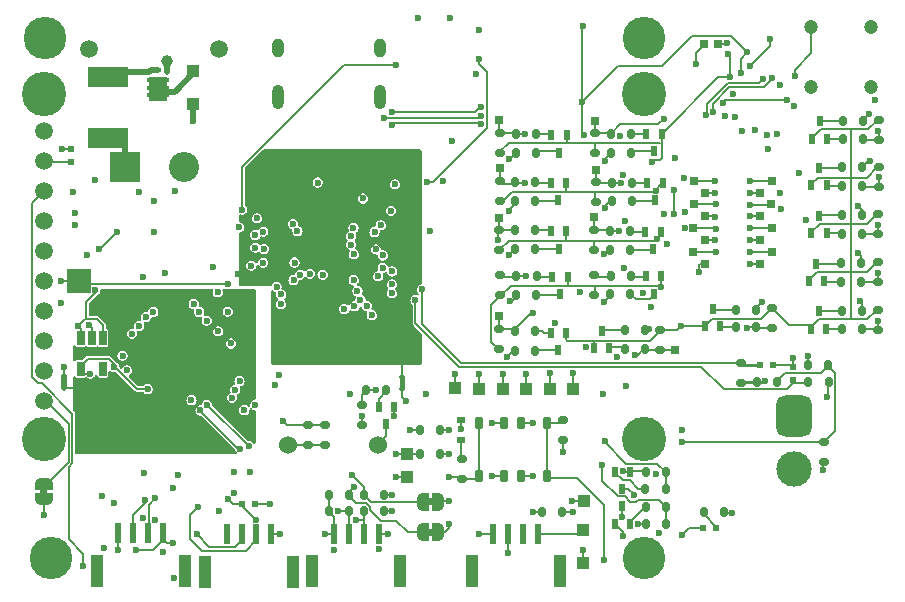
<source format=gbr>
%TF.GenerationSoftware,KiCad,Pcbnew,7.0.7*%
%TF.CreationDate,2023-09-03T21:13:37-04:00*%
%TF.ProjectId,eOPRA_interface,654f5052-415f-4696-9e74-657266616365,rev?*%
%TF.SameCoordinates,Original*%
%TF.FileFunction,Copper,L4,Bot*%
%TF.FilePolarity,Positive*%
%FSLAX46Y46*%
G04 Gerber Fmt 4.6, Leading zero omitted, Abs format (unit mm)*
G04 Created by KiCad (PCBNEW 7.0.7) date 2023-09-03 21:13:37*
%MOMM*%
%LPD*%
G01*
G04 APERTURE LIST*
G04 Aperture macros list*
%AMRoundRect*
0 Rectangle with rounded corners*
0 $1 Rounding radius*
0 $2 $3 $4 $5 $6 $7 $8 $9 X,Y pos of 4 corners*
0 Add a 4 corners polygon primitive as box body*
4,1,4,$2,$3,$4,$5,$6,$7,$8,$9,$2,$3,0*
0 Add four circle primitives for the rounded corners*
1,1,$1+$1,$2,$3*
1,1,$1+$1,$4,$5*
1,1,$1+$1,$6,$7*
1,1,$1+$1,$8,$9*
0 Add four rect primitives between the rounded corners*
20,1,$1+$1,$2,$3,$4,$5,0*
20,1,$1+$1,$4,$5,$6,$7,0*
20,1,$1+$1,$6,$7,$8,$9,0*
20,1,$1+$1,$8,$9,$2,$3,0*%
%AMFreePoly0*
4,1,19,0.500000,-0.750000,0.000000,-0.750000,0.000000,-0.744911,-0.071157,-0.744911,-0.207708,-0.704816,-0.327430,-0.627875,-0.420627,-0.520320,-0.479746,-0.390866,-0.500000,-0.250000,-0.500000,0.250000,-0.479746,0.390866,-0.420627,0.520320,-0.327430,0.627875,-0.207708,0.704816,-0.071157,0.744911,0.000000,0.744911,0.000000,0.750000,0.500000,0.750000,0.500000,-0.750000,0.500000,-0.750000,
$1*%
%AMFreePoly1*
4,1,19,0.000000,0.744911,0.071157,0.744911,0.207708,0.704816,0.327430,0.627875,0.420627,0.520320,0.479746,0.390866,0.500000,0.250000,0.500000,-0.250000,0.479746,-0.390866,0.420627,-0.520320,0.327430,-0.627875,0.207708,-0.704816,0.071157,-0.744911,0.000000,-0.744911,0.000000,-0.750000,-0.500000,-0.750000,-0.500000,0.750000,0.000000,0.750000,0.000000,0.744911,0.000000,0.744911,
$1*%
%AMFreePoly2*
4,1,5,0.175000,-0.125000,-0.175000,-0.125000,-0.175000,0.125000,0.175000,0.125000,0.175000,-0.125000,0.175000,-0.125000,$1*%
%AMFreePoly3*
4,1,5,0.750000,-1.000000,-0.750000,-1.000000,-0.750000,1.000000,0.750000,1.000000,0.750000,-1.000000,0.750000,-1.000000,$1*%
G04 Aperture macros list end*
%TA.AperFunction,ComponentPad*%
%ADD10C,1.508000*%
%TD*%
%TA.AperFunction,ComponentPad*%
%ADD11C,2.550000*%
%TD*%
%TA.AperFunction,ComponentPad*%
%ADD12R,2.550000X2.550000*%
%TD*%
%TA.AperFunction,ComponentPad*%
%ADD13C,1.200000*%
%TD*%
%TA.AperFunction,ComponentPad*%
%ADD14C,3.600000*%
%TD*%
%TA.AperFunction,ComponentPad*%
%ADD15C,3.000000*%
%TD*%
%TA.AperFunction,ComponentPad*%
%ADD16RoundRect,0.750000X0.750000X1.000000X-0.750000X1.000000X-0.750000X-1.000000X0.750000X-1.000000X0*%
%TD*%
%TA.AperFunction,ComponentPad*%
%ADD17O,1.000000X2.100000*%
%TD*%
%TA.AperFunction,ComponentPad*%
%ADD18O,1.000000X1.600000*%
%TD*%
%TA.AperFunction,ComponentPad*%
%ADD19C,1.524000*%
%TD*%
%TA.AperFunction,ComponentPad*%
%ADD20C,3.750000*%
%TD*%
%TA.AperFunction,ComponentPad*%
%ADD21C,1.500000*%
%TD*%
%TA.AperFunction,SMDPad,CuDef*%
%ADD22R,0.520000X0.830000*%
%TD*%
%TA.AperFunction,SMDPad,CuDef*%
%ADD23C,0.500000*%
%TD*%
%TA.AperFunction,SMDPad,CuDef*%
%ADD24RoundRect,0.150000X-0.150000X-0.250000X0.150000X-0.250000X0.150000X0.250000X-0.150000X0.250000X0*%
%TD*%
%TA.AperFunction,SMDPad,CuDef*%
%ADD25R,0.800000X0.800000*%
%TD*%
%TA.AperFunction,SMDPad,CuDef*%
%ADD26RoundRect,0.150000X0.150000X0.250000X-0.150000X0.250000X-0.150000X-0.250000X0.150000X-0.250000X0*%
%TD*%
%TA.AperFunction,SMDPad,CuDef*%
%ADD27R,1.000000X1.000000*%
%TD*%
%TA.AperFunction,SMDPad,CuDef*%
%ADD28RoundRect,0.150000X-0.250000X0.150000X-0.250000X-0.150000X0.250000X-0.150000X0.250000X0.150000X0*%
%TD*%
%TA.AperFunction,SMDPad,CuDef*%
%ADD29RoundRect,0.150000X0.250000X-0.150000X0.250000X0.150000X-0.250000X0.150000X-0.250000X-0.150000X0*%
%TD*%
%TA.AperFunction,SMDPad,CuDef*%
%ADD30FreePoly0,0.000000*%
%TD*%
%TA.AperFunction,SMDPad,CuDef*%
%ADD31FreePoly1,0.000000*%
%TD*%
%TA.AperFunction,SMDPad,CuDef*%
%ADD32R,2.000000X2.000000*%
%TD*%
%TA.AperFunction,SMDPad,CuDef*%
%ADD33R,0.600000X0.500000*%
%TD*%
%TA.AperFunction,SMDPad,CuDef*%
%ADD34RoundRect,0.187500X-0.187500X0.312500X-0.187500X-0.312500X0.187500X-0.312500X0.187500X0.312500X0*%
%TD*%
%TA.AperFunction,SMDPad,CuDef*%
%ADD35R,1.000000X2.700000*%
%TD*%
%TA.AperFunction,SMDPad,CuDef*%
%ADD36R,0.600000X1.700000*%
%TD*%
%TA.AperFunction,SMDPad,CuDef*%
%ADD37R,0.800000X0.600000*%
%TD*%
%TA.AperFunction,SMDPad,CuDef*%
%ADD38R,0.406400X0.355600*%
%TD*%
%TA.AperFunction,SMDPad,CuDef*%
%ADD39FreePoly2,270.000000*%
%TD*%
%TA.AperFunction,SMDPad,CuDef*%
%ADD40FreePoly3,0.000000*%
%TD*%
%TA.AperFunction,SMDPad,CuDef*%
%ADD41R,0.558800X0.304800*%
%TD*%
%TA.AperFunction,SMDPad,CuDef*%
%ADD42R,0.500000X0.600000*%
%TD*%
%TA.AperFunction,SMDPad,CuDef*%
%ADD43FreePoly0,270.000000*%
%TD*%
%TA.AperFunction,SMDPad,CuDef*%
%ADD44FreePoly1,270.000000*%
%TD*%
%TA.AperFunction,SMDPad,CuDef*%
%ADD45R,1.100000X1.100000*%
%TD*%
%TA.AperFunction,SMDPad,CuDef*%
%ADD46R,0.650000X1.220000*%
%TD*%
%TA.AperFunction,SMDPad,CuDef*%
%ADD47R,3.500000X1.780000*%
%TD*%
%TA.AperFunction,SMDPad,CuDef*%
%ADD48RoundRect,0.187500X0.187500X-0.312500X0.187500X0.312500X-0.187500X0.312500X-0.187500X-0.312500X0*%
%TD*%
%TA.AperFunction,ViaPad*%
%ADD49C,0.600000*%
%TD*%
%TA.AperFunction,ViaPad*%
%ADD50C,1.000000*%
%TD*%
%TA.AperFunction,Conductor*%
%ADD51C,0.200000*%
%TD*%
%TA.AperFunction,Conductor*%
%ADD52C,0.500000*%
%TD*%
%TA.AperFunction,Conductor*%
%ADD53C,0.250000*%
%TD*%
G04 APERTURE END LIST*
%TA.AperFunction,EtchedComponent*%
%TO.C,NT1*%
G36*
X133075000Y-107575000D02*
G01*
X132575000Y-107575000D01*
X132575000Y-106575000D01*
X133075000Y-106575000D01*
X133075000Y-107575000D01*
G37*
%TD.AperFunction*%
%TA.AperFunction,EtchedComponent*%
%TO.C,JP3*%
G36*
X135425000Y-117450000D02*
G01*
X134925000Y-117450000D01*
X134925000Y-116850000D01*
X135425000Y-116850000D01*
X135425000Y-117450000D01*
G37*
%TD.AperFunction*%
%TA.AperFunction,EtchedComponent*%
%TO.C,JP1*%
G36*
X102750000Y-116525000D02*
G01*
X102150000Y-116525000D01*
X102150000Y-116025000D01*
X102750000Y-116025000D01*
X102750000Y-116525000D01*
G37*
%TD.AperFunction*%
%TA.AperFunction,EtchedComponent*%
%TO.C,NT3*%
G36*
X104425000Y-107500000D02*
G01*
X103925000Y-107500000D01*
X103925000Y-106500000D01*
X104425000Y-106500000D01*
X104425000Y-107500000D01*
G37*
%TD.AperFunction*%
%TA.AperFunction,EtchedComponent*%
%TO.C,JP2*%
G36*
X135425000Y-120050000D02*
G01*
X134925000Y-120050000D01*
X134925000Y-119450000D01*
X135425000Y-119450000D01*
X135425000Y-120050000D01*
G37*
%TD.AperFunction*%
%TD*%
D10*
%TO.P,U5,*%
%TO.N,*%
X106300000Y-78800000D03*
X117300000Y-78800000D03*
D11*
%TO.P,U5,1,-*%
%TO.N,GND*%
X114300000Y-88800000D03*
D12*
%TO.P,U5,2,+*%
%TO.N,Net-(U5-+)*%
X109300000Y-88800000D03*
%TD*%
D13*
%TO.P,SW4,*%
%TO.N,*%
X172505000Y-82025000D03*
X172505000Y-76945000D03*
%TO.P,SW4,1,A*%
%TO.N,Net-(D10-K)*%
X167425000Y-82025000D03*
%TO.P,SW4,2,B*%
%TO.N,GNDREF*%
X167425000Y-76945000D03*
%TD*%
D14*
%TO.P,U7,1*%
%TO.N,unconnected-(U7-Pad1)*%
X153250000Y-77850000D03*
%TD*%
D15*
%TO.P,SW7,*%
%TO.N,*%
X165950000Y-114400000D03*
D16*
X165950000Y-109900000D03*
%TD*%
D17*
%TO.P,U1,S1,SHIELD*%
%TO.N,GND*%
X130955000Y-82880000D03*
D18*
X130955000Y-78700000D03*
D17*
X122315000Y-82880000D03*
D18*
X122315000Y-78700000D03*
%TD*%
D14*
%TO.P,U8,1*%
%TO.N,unconnected-(U8-Pad1)*%
X153250000Y-121900000D03*
%TD*%
%TO.P,U6,1*%
%TO.N,unconnected-(U6-Pad1)*%
X103100000Y-121900000D03*
%TD*%
%TO.P,U9,1*%
%TO.N,unconnected-(U9-Pad1)*%
X102520000Y-77858175D03*
%TD*%
D19*
%TO.P,SP1,1,+*%
%TO.N,Net-(SP1-+)*%
X123125000Y-112325000D03*
%TO.P,SP1,2,-*%
%TO.N,Net-(Q3-D)*%
X130725000Y-112325000D03*
%TD*%
D20*
%TO.P,U12,*%
%TO.N,*%
X102450000Y-82613175D03*
X102450000Y-111823175D03*
X153250000Y-82613175D03*
X153250000Y-111823175D03*
D21*
%TO.P,U12,1,LITE*%
%TO.N,Net-(U12-LITE)*%
X102450000Y-108648175D03*
%TO.P,U12,2,MISO*%
%TO.N,/MISO0*%
X102450000Y-106108175D03*
%TO.P,U12,3,SCK*%
%TO.N,/SCK0*%
X102450000Y-103568175D03*
%TO.P,U12,4,MOSI*%
%TO.N,/MOSI0*%
X102450000Y-101028175D03*
%TO.P,U12,5,TFT_CS*%
%TO.N,/TFT_CS*%
X102450000Y-98488175D03*
%TO.P,U12,6,SD_CS*%
%TO.N,/SD_CS*%
X102450000Y-95948175D03*
%TO.P,U12,7,D/C*%
%TO.N,/TFT_DC*%
X102450000Y-93408175D03*
%TO.P,U12,8,~{RESET}*%
%TO.N,/peripherals/~{TFT_RESET}*%
X102450000Y-90868175D03*
%TO.P,U12,9,VCC*%
%TO.N,+3V3*%
X102450000Y-88328175D03*
%TO.P,U12,10,GND*%
%TO.N,GND*%
X102450000Y-85788175D03*
%TD*%
D22*
%TO.P,Q35,1,G*%
%TO.N,Net-(Q35-G)*%
X150800000Y-114590000D03*
%TO.P,Q35,2,S*%
%TO.N,GND*%
X152100000Y-114590000D03*
%TO.P,Q35,3,D*%
%TO.N,Net-(D11-K)*%
X151450000Y-116060000D03*
%TD*%
%TO.P,Q12,1,G*%
%TO.N,Net-(Q12-G)*%
X150350000Y-104145000D03*
%TO.P,Q12,2,S*%
%TO.N,GNDREF*%
X149050000Y-104145000D03*
%TO.P,Q12,3,D*%
%TO.N,Net-(Q12-D)*%
X149700000Y-102675000D03*
%TD*%
%TO.P,Q21,1,G*%
%TO.N,Net-(Q21-G)*%
X168750000Y-90370000D03*
%TO.P,Q21,2,S*%
%TO.N,GNDREF*%
X167450000Y-90370000D03*
%TO.P,Q21,3,D*%
%TO.N,Net-(Q21-D)*%
X168100000Y-88900000D03*
%TD*%
D23*
%TO.P,NT1,1*%
%TO.N,GNDISO1*%
X132825000Y-106575000D03*
%TO.P,NT1,2*%
%TO.N,GND*%
X132825000Y-107575000D03*
%TD*%
D24*
%TO.P,R43,1*%
%TO.N,Net-(Q12-D)*%
X151625000Y-102625000D03*
%TO.P,R43,2*%
%TO.N,Net-(Q14-Pad2)*%
X153325000Y-102625000D03*
%TD*%
D25*
%TO.P,TP27,1*%
%TO.N,CHAN_6B_OUT*%
X158480000Y-90970000D03*
%TD*%
D22*
%TO.P,Q10,1,G*%
%TO.N,Net-(Q10-G)*%
X145400000Y-94250000D03*
%TO.P,Q10,2,S*%
%TO.N,GNDREF*%
X146700000Y-94250000D03*
%TO.P,Q10,3,D*%
%TO.N,Net-(Q10-D)*%
X146050000Y-95720000D03*
%TD*%
D26*
%TO.P,R77,1*%
%TO.N,+3V3*%
X164501748Y-107000000D03*
%TO.P,R77,2*%
%TO.N,Net-(R76-Pad2)*%
X162801748Y-107000000D03*
%TD*%
D27*
%TO.P,TP6,1*%
%TO.N,Net-(U16-CS0)*%
X147300000Y-107575000D03*
%TD*%
D28*
%TO.P,R14,1*%
%TO.N,Net-(D6-K)*%
X137900000Y-113500000D03*
%TO.P,R14,2*%
%TO.N,/ESP-Wifi/GPIO0*%
X137900000Y-115200000D03*
%TD*%
D29*
%TO.P,R22,1*%
%TO.N,+3V3*%
X146440000Y-111960000D03*
%TO.P,R22,2*%
%TO.N,/ESP-Wifi/~{RESET}*%
X146440000Y-110260000D03*
%TD*%
D25*
%TO.P,TP21,1*%
%TO.N,CHAN_4A_OUT*%
X163060000Y-92970000D03*
%TD*%
D29*
%TO.P,R51,1*%
%TO.N,Net-(SP1-+)*%
X126225000Y-112325000D03*
%TO.P,R51,2*%
%TO.N,+3V3*%
X126225000Y-110625000D03*
%TD*%
D26*
%TO.P,R26,1*%
%TO.N,Net-(Q2-G)*%
X144055000Y-102660000D03*
%TO.P,R26,2*%
%TO.N,/switch_control/CHAN_0*%
X142355000Y-102660000D03*
%TD*%
D24*
%TO.P,R68,1*%
%TO.N,Net-(Q29-D)*%
X170145000Y-84900000D03*
%TO.P,R68,2*%
%TO.N,Net-(Q31-Pad2)*%
X171845000Y-84900000D03*
%TD*%
D22*
%TO.P,Q29,1,G*%
%TO.N,Net-(Q29-G)*%
X168800000Y-86410000D03*
%TO.P,Q29,2,S*%
%TO.N,GNDREF*%
X167500000Y-86410000D03*
%TO.P,Q29,3,D*%
%TO.N,Net-(Q29-D)*%
X168150000Y-84940000D03*
%TD*%
%TO.P,Q25,1,G*%
%TO.N,Net-(Q25-G)*%
X145425000Y-86130000D03*
%TO.P,Q25,2,S*%
%TO.N,GNDREF*%
X146725000Y-86130000D03*
%TO.P,Q25,3,D*%
%TO.N,Net-(Q25-D)*%
X146075000Y-87600000D03*
%TD*%
D29*
%TO.P,R69,1*%
%TO.N,GNDREF*%
X141085000Y-91715000D03*
%TO.P,R69,2*%
%TO.N,/switch_control/CHAN_5*%
X141085000Y-90015000D03*
%TD*%
D30*
%TO.P,JP3,1,1*%
%TO.N,/SDA1*%
X134525000Y-117150000D03*
D31*
%TO.P,JP3,2,2*%
%TO.N,Net-(U16-IO4)*%
X135825000Y-117150000D03*
%TD*%
D22*
%TO.P,Q8,1,G*%
%TO.N,Net-(Q8-G)*%
X159725000Y-102285000D03*
%TO.P,Q8,2,S*%
%TO.N,GNDREF*%
X158425000Y-102285000D03*
%TO.P,Q8,3,D*%
%TO.N,Net-(Q8-D)*%
X159075000Y-100815000D03*
%TD*%
D24*
%TO.P,R78,1*%
%TO.N,Net-(R75-Pad1)*%
X167175000Y-105550000D03*
%TO.P,R78,2*%
%TO.N,+3V3*%
X168875000Y-105550000D03*
%TD*%
D25*
%TO.P,TP19,1*%
%TO.N,CHAN_2B_OUT*%
X158480000Y-95000000D03*
%TD*%
D22*
%TO.P,Q19,1,G*%
%TO.N,Net-(Q19-G)*%
X168525000Y-98495000D03*
%TO.P,Q19,2,S*%
%TO.N,GNDREF*%
X167225000Y-98495000D03*
%TO.P,Q19,3,D*%
%TO.N,Net-(Q19-D)*%
X167875000Y-97025000D03*
%TD*%
D25*
%TO.P,TP31,1*%
%TO.N,/switch_control/CHAN_2*%
X141000000Y-93100000D03*
%TD*%
D32*
%TO.P,TP2,1*%
%TO.N,/TFT_CS*%
X105400000Y-98470000D03*
%TD*%
D28*
%TO.P,R63,1*%
%TO.N,GNDREF*%
X173125000Y-92770000D03*
%TO.P,R63,2*%
%TO.N,/switch_control/CHAN_5*%
X173125000Y-94470000D03*
%TD*%
D22*
%TO.P,Q2,1,G*%
%TO.N,Net-(Q2-G)*%
X145380000Y-102865000D03*
%TO.P,Q2,2,S*%
%TO.N,GNDREF*%
X146680000Y-102865000D03*
%TO.P,Q2,3,D*%
%TO.N,Net-(Q2-D)*%
X146030000Y-104335000D03*
%TD*%
D26*
%TO.P,R32,1*%
%TO.N,Net-(Q6-D)*%
X152125000Y-99580000D03*
%TO.P,R32,2*%
%TO.N,Net-(Q7-Pad2)*%
X150425000Y-99580000D03*
%TD*%
D33*
%TO.P,C31,1*%
%TO.N,GND*%
X104725000Y-87300000D03*
%TO.P,C31,2*%
%TO.N,+3V3*%
X104725000Y-88400000D03*
%TD*%
D34*
%TO.P,SW1,1,1*%
%TO.N,/ESP-Wifi/GPIO0*%
X139300000Y-110449996D03*
%TO.P,SW1,2,2*%
%TO.N,GND*%
X141450000Y-110449996D03*
%TO.P,SW1,3,3*%
%TO.N,/ESP-Wifi/GPIO0*%
X139300000Y-114949996D03*
%TO.P,SW1,4,4*%
%TO.N,GND*%
X141450000Y-114949996D03*
%TD*%
D35*
%TO.P,J1,*%
%TO.N,*%
X114375000Y-123037500D03*
X106925000Y-123037500D03*
D36*
%TO.P,J1,1,1*%
%TO.N,GND*%
X112525000Y-119837500D03*
%TO.P,J1,2,2*%
%TO.N,/RX*%
X111275000Y-119837500D03*
%TO.P,J1,3,3*%
%TO.N,/TX*%
X110025000Y-119837500D03*
%TO.P,J1,4,4*%
%TO.N,+3V3*%
X108775000Y-119837500D03*
%TD*%
D26*
%TO.P,R73,1*%
%TO.N,Net-(Q32-D)*%
X144085000Y-91665000D03*
%TO.P,R73,2*%
%TO.N,Net-(Q30-Pad2)*%
X142385000Y-91665000D03*
%TD*%
D37*
%TO.P,D6,1,K*%
%TO.N,Net-(D6-K)*%
X137800000Y-111950000D03*
%TO.P,D6,2,A*%
%TO.N,+3V3*%
X137800000Y-110250000D03*
%TD*%
D28*
%TO.P,R33,1*%
%TO.N,GNDREF*%
X164100000Y-100750000D03*
%TO.P,R33,2*%
%TO.N,/switch_control/CHAN_2*%
X164100000Y-102450000D03*
%TD*%
D24*
%TO.P,R54,1*%
%TO.N,Net-(Q21-G)*%
X170050000Y-90425000D03*
%TO.P,R54,2*%
%TO.N,/switch_control/CHAN_6*%
X171750000Y-90425000D03*
%TD*%
D28*
%TO.P,R8,1*%
%TO.N,+3V3*%
X124850000Y-110625000D03*
%TO.P,R8,2*%
%TO.N,Net-(SP1-+)*%
X124850000Y-112325000D03*
%TD*%
D26*
%TO.P,R71,1*%
%TO.N,Net-(Q32-G)*%
X144085000Y-90115000D03*
%TO.P,R71,2*%
%TO.N,/switch_control/CHAN_5*%
X142385000Y-90115000D03*
%TD*%
D22*
%TO.P,Q32,1,G*%
%TO.N,Net-(Q32-G)*%
X145360000Y-90155000D03*
%TO.P,Q32,2,S*%
%TO.N,GNDREF*%
X146660000Y-90155000D03*
%TO.P,Q32,3,D*%
%TO.N,Net-(Q32-D)*%
X146010000Y-91625000D03*
%TD*%
D24*
%TO.P,R83,1*%
%TO.N,+3V3*%
X144630000Y-117990000D03*
%TO.P,R83,2*%
%TO.N,/ESP-Wifi/EN*%
X146330000Y-117990000D03*
%TD*%
D29*
%TO.P,R19,1*%
%TO.N,GNDREF*%
X141125000Y-99645000D03*
%TO.P,R19,2*%
%TO.N,/switch_control/CHAN_1*%
X141125000Y-97945000D03*
%TD*%
%TO.P,R58,1*%
%TO.N,GNDREF*%
X141062500Y-87600000D03*
%TO.P,R58,2*%
%TO.N,/switch_control/CHAN_6*%
X141062500Y-85900000D03*
%TD*%
D26*
%TO.P,R13,1*%
%TO.N,/peripherals/switch*%
X160025000Y-118050000D03*
%TO.P,R13,2*%
%TO.N,/ENC_BUTTON*%
X158325000Y-118050000D03*
%TD*%
D25*
%TO.P,TP16,1*%
%TO.N,CHAN_1B_OUT*%
X157460000Y-96010000D03*
%TD*%
D24*
%TO.P,R34,1*%
%TO.N,Net-(Q8-G)*%
X161050000Y-102350000D03*
%TO.P,R34,2*%
%TO.N,/switch_control/CHAN_2*%
X162750000Y-102350000D03*
%TD*%
D28*
%TO.P,R39,1*%
%TO.N,GNDREF*%
X154625000Y-102600000D03*
%TO.P,R39,2*%
%TO.N,/switch_control/CHAN_1*%
X154625000Y-104300000D03*
%TD*%
D25*
%TO.P,TP20,1*%
%TO.N,CHAN_2A_OUT*%
X163070000Y-94990000D03*
%TD*%
D38*
%TO.P,Q5,1,G*%
%TO.N,GND*%
X112920002Y-80790000D03*
D39*
%TO.P,Q5,2,S*%
%TO.N,+BATT*%
X111280001Y-81439979D03*
X111280001Y-82089979D03*
X111280001Y-82739979D03*
D40*
X112130001Y-82214979D03*
D39*
X112980001Y-81439979D03*
X112980001Y-82089979D03*
X112980001Y-82739979D03*
D38*
%TO.P,Q5,3,D*%
%TO.N,Net-(Q5-D)*%
X111340000Y-80790000D03*
D41*
X112130001Y-80637979D03*
%TD*%
D24*
%TO.P,R41,1*%
%TO.N,Net-(Q12-G)*%
X151625000Y-104200000D03*
%TO.P,R41,2*%
%TO.N,/switch_control/CHAN_1*%
X153325000Y-104200000D03*
%TD*%
D26*
%TO.P,R31,1*%
%TO.N,Net-(Q6-G)*%
X152150000Y-98030000D03*
%TO.P,R31,2*%
%TO.N,/switch_control/CHAN_0*%
X150450000Y-98030000D03*
%TD*%
%TO.P,R49,1*%
%TO.N,Net-(Q16-D)*%
X152075000Y-95795000D03*
%TO.P,R49,2*%
%TO.N,Net-(Q18-Pad2)*%
X150375000Y-95795000D03*
%TD*%
D27*
%TO.P,TP9,1*%
%TO.N,/ESP-Wifi/GPIO0*%
X133250000Y-115075000D03*
%TD*%
D24*
%TO.P,R82,1*%
%TO.N,Net-(U16-IO15)*%
X134325000Y-111050000D03*
%TO.P,R82,2*%
%TO.N,GND*%
X136025000Y-111050000D03*
%TD*%
D27*
%TO.P,TP1,1*%
%TO.N,/ESP-Wifi/GPIO2*%
X133240000Y-113100000D03*
%TD*%
D26*
%TO.P,R59,1*%
%TO.N,Net-(Q24-G)*%
X152260000Y-90155000D03*
%TO.P,R59,2*%
%TO.N,/switch_control/CHAN_4*%
X150560000Y-90155000D03*
%TD*%
D22*
%TO.P,Q6,1,G*%
%TO.N,Net-(Q6-G)*%
X153450000Y-98070000D03*
%TO.P,Q6,2,S*%
%TO.N,GNDREF*%
X154750000Y-98070000D03*
%TO.P,Q6,3,D*%
%TO.N,Net-(Q6-D)*%
X154100000Y-99540000D03*
%TD*%
D42*
%TO.P,R80,1*%
%TO.N,Net-(JP4-Pad2)*%
X120375000Y-117375000D03*
%TO.P,R80,2*%
%TO.N,/CAN_H*%
X119275000Y-117375000D03*
%TD*%
D25*
%TO.P,TP15,1*%
%TO.N,CHAN_1A_OUT*%
X164090000Y-96000000D03*
%TD*%
D29*
%TO.P,R79,1*%
%TO.N,/peripherals/switch*%
X168525000Y-113800000D03*
%TO.P,R79,2*%
%TO.N,+3V3*%
X168525000Y-112100000D03*
%TD*%
D25*
%TO.P,TP30,1*%
%TO.N,/switch_control/CHAN_1*%
X155900000Y-104275000D03*
%TD*%
D26*
%TO.P,R60,1*%
%TO.N,Net-(Q25-G)*%
X144100000Y-86025000D03*
%TO.P,R60,2*%
%TO.N,/switch_control/CHAN_6*%
X142400000Y-86025000D03*
%TD*%
D25*
%TO.P,TP14,1*%
%TO.N,CHAN_0B_OUT*%
X158480000Y-96980000D03*
%TD*%
D43*
%TO.P,JP1,1,1*%
%TO.N,Net-(U12-LITE)*%
X102450000Y-115625000D03*
D44*
%TO.P,JP1,2,2*%
%TO.N,+3V3*%
X102450000Y-116925000D03*
%TD*%
D25*
%TO.P,TP32,1*%
%TO.N,/switch_control/CHAN_3*%
X149000000Y-93040000D03*
%TD*%
D27*
%TO.P,TP5,1*%
%TO.N,Net-(U16-SCLK)*%
X137300000Y-107550000D03*
%TD*%
D24*
%TO.P,R44,1*%
%TO.N,Net-(Q13-D)*%
X170000000Y-101010000D03*
%TO.P,R44,2*%
%TO.N,Net-(Q15-Pad2)*%
X171700000Y-101010000D03*
%TD*%
D25*
%TO.P,TP36,1*%
%TO.N,/switch_control/CHAN_7*%
X149090000Y-84930000D03*
%TD*%
%TO.P,TP17,1*%
%TO.N,CHAN_3B_OUT*%
X157460000Y-94000000D03*
%TD*%
D29*
%TO.P,R57,1*%
%TO.N,GNDREF*%
X149235000Y-91755000D03*
%TO.P,R57,2*%
%TO.N,/switch_control/CHAN_4*%
X149235000Y-90055000D03*
%TD*%
D45*
%TO.P,D5,1,K*%
%TO.N,/regulator/SYS_PWR*%
X115120000Y-83470000D03*
%TO.P,D5,2,A*%
%TO.N,+BATT*%
X115120000Y-80670000D03*
%TD*%
D24*
%TO.P,R42,1*%
%TO.N,Net-(Q13-G)*%
X170000000Y-102535000D03*
%TO.P,R42,2*%
%TO.N,/switch_control/CHAN_3*%
X171700000Y-102535000D03*
%TD*%
D26*
%TO.P,R74,1*%
%TO.N,Net-(Q33-D)*%
X152167500Y-87600000D03*
%TO.P,R74,2*%
%TO.N,Net-(Q34-Pad2)*%
X150467500Y-87600000D03*
%TD*%
D45*
%TO.P,D2,1,K*%
%TO.N,+3V3*%
X148150000Y-122350000D03*
%TO.P,D2,2,A*%
%TO.N,Net-(D2-A)*%
X148150000Y-119550000D03*
%TD*%
D26*
%TO.P,R47,1*%
%TO.N,Net-(Q16-G)*%
X152075000Y-94245000D03*
%TO.P,R47,2*%
%TO.N,/switch_control/CHAN_3*%
X150375000Y-94245000D03*
%TD*%
D25*
%TO.P,TP13,1*%
%TO.N,CHAN_0A_OUT*%
X163070000Y-96990000D03*
%TD*%
D22*
%TO.P,Q16,1,G*%
%TO.N,Net-(Q16-G)*%
X153375000Y-94285000D03*
%TO.P,Q16,2,S*%
%TO.N,GNDREF*%
X154675000Y-94285000D03*
%TO.P,Q16,3,D*%
%TO.N,Net-(Q16-D)*%
X154025000Y-95755000D03*
%TD*%
D27*
%TO.P,TP7,1*%
%TO.N,Net-(U16-MOSI)*%
X139305000Y-107600000D03*
%TD*%
D42*
%TO.P,C36,1*%
%TO.N,GND*%
X158275000Y-119375000D03*
%TO.P,C36,2*%
%TO.N,/ENC_BUTTON*%
X159375000Y-119375000D03*
%TD*%
%TO.P,C27,1*%
%TO.N,/ROT_ENC_1*%
X163101748Y-105575000D03*
%TO.P,C27,2*%
%TO.N,GND*%
X164201748Y-105575000D03*
%TD*%
D25*
%TO.P,TP34,1*%
%TO.N,/switch_control/CHAN_5*%
X141090000Y-88900000D03*
%TD*%
D26*
%TO.P,R7,1*%
%TO.N,Net-(Q3-G)*%
X131450000Y-107675000D03*
%TO.P,R7,2*%
%TO.N,/BUZZER*%
X129750000Y-107675000D03*
%TD*%
D22*
%TO.P,Q24,1,G*%
%TO.N,Net-(Q24-G)*%
X153560000Y-90170000D03*
%TO.P,Q24,2,S*%
%TO.N,GNDREF*%
X154860000Y-90170000D03*
%TO.P,Q24,3,D*%
%TO.N,Net-(Q24-D)*%
X154210000Y-91640000D03*
%TD*%
D46*
%TO.P,U14,1,VIN*%
%TO.N,/regulator/SYS_PWR*%
X105575000Y-103280000D03*
%TO.P,U14,2,GND*%
%TO.N,GND*%
X106525000Y-103280000D03*
%TO.P,U14,3,EN*%
%TO.N,/regulator/SYS_PWR*%
X107475000Y-103280000D03*
%TO.P,U14,4,NC*%
%TO.N,unconnected-(U14-NC-Pad4)*%
X107475000Y-105900000D03*
%TO.P,U14,5,VOUT*%
%TO.N,+5V*%
X105575000Y-105900000D03*
%TD*%
D29*
%TO.P,R70,1*%
%TO.N,GNDREF*%
X149092500Y-87650000D03*
%TO.P,R70,2*%
%TO.N,/switch_control/CHAN_7*%
X149092500Y-85950000D03*
%TD*%
D26*
%TO.P,R61,1*%
%TO.N,Net-(Q24-D)*%
X152235000Y-91680000D03*
%TO.P,R61,2*%
%TO.N,Net-(Q22-Pad2)*%
X150535000Y-91680000D03*
%TD*%
%TO.P,R9,1*%
%TO.N,/SDA0*%
X128300000Y-117975000D03*
%TO.P,R9,2*%
%TO.N,+3V3*%
X126600000Y-117975000D03*
%TD*%
D25*
%TO.P,TP4,1*%
%TO.N,EMG_HIGH*%
X159530000Y-78420000D03*
%TD*%
D24*
%TO.P,R56,1*%
%TO.N,Net-(Q21-D)*%
X170050000Y-88850000D03*
%TO.P,R56,2*%
%TO.N,Net-(Q23-Pad2)*%
X171750000Y-88850000D03*
%TD*%
D25*
%TO.P,TP23,1*%
%TO.N,CHAN_5A_OUT*%
X164070000Y-91950000D03*
%TD*%
D29*
%TO.P,R45,1*%
%TO.N,GNDREF*%
X149000000Y-95845000D03*
%TO.P,R45,2*%
%TO.N,/switch_control/CHAN_3*%
X149000000Y-94145000D03*
%TD*%
D24*
%TO.P,R66,1*%
%TO.N,Net-(Q29-G)*%
X170145000Y-86450000D03*
%TO.P,R66,2*%
%TO.N,/switch_control/CHAN_7*%
X171845000Y-86450000D03*
%TD*%
D26*
%TO.P,R72,1*%
%TO.N,Net-(Q33-G)*%
X152142500Y-86050000D03*
%TO.P,R72,2*%
%TO.N,/switch_control/CHAN_7*%
X150442500Y-86050000D03*
%TD*%
%TO.P,R5,1*%
%TO.N,Net-(Q2-D)*%
X144055000Y-104385000D03*
%TO.P,R5,2*%
%TO.N,Net-(Q1-Pad2)*%
X142355000Y-104385000D03*
%TD*%
D24*
%TO.P,R65,1*%
%TO.N,Net-(Q28-G)*%
X170038690Y-94480000D03*
%TO.P,R65,2*%
%TO.N,/switch_control/CHAN_5*%
X171738690Y-94480000D03*
%TD*%
D22*
%TO.P,Q28,1,G*%
%TO.N,Net-(Q28-G)*%
X168738690Y-94425000D03*
%TO.P,Q28,2,S*%
%TO.N,GNDREF*%
X167438690Y-94425000D03*
%TO.P,Q28,3,D*%
%TO.N,Net-(Q28-D)*%
X168088690Y-92955000D03*
%TD*%
D29*
%TO.P,R36,1*%
%TO.N,GNDREF*%
X140975000Y-95810000D03*
%TO.P,R36,2*%
%TO.N,/switch_control/CHAN_2*%
X140975000Y-94110000D03*
%TD*%
D24*
%TO.P,R86,1*%
%TO.N,GND*%
X153430000Y-119050000D03*
%TO.P,R86,2*%
%TO.N,/ESP-Wifi/LED1*%
X155130000Y-119050000D03*
%TD*%
D22*
%TO.P,Q4,1,G*%
%TO.N,Net-(Q4-G)*%
X145500000Y-98110000D03*
%TO.P,Q4,2,S*%
%TO.N,GNDREF*%
X146800000Y-98110000D03*
%TO.P,Q4,3,D*%
%TO.N,Net-(Q4-D)*%
X146150000Y-99580000D03*
%TD*%
D26*
%TO.P,R62,1*%
%TO.N,Net-(Q25-D)*%
X144100000Y-87600000D03*
%TO.P,R62,2*%
%TO.N,Net-(Q27-Pad2)*%
X142400000Y-87600000D03*
%TD*%
D47*
%TO.P,F1,1*%
%TO.N,Net-(U5-+)*%
X107895000Y-86395675D03*
%TO.P,F1,2*%
%TO.N,Net-(Q5-D)*%
X107895000Y-81165675D03*
%TD*%
D28*
%TO.P,R76,1*%
%TO.N,/ROT_ENC_1*%
X161501748Y-105400000D03*
%TO.P,R76,2*%
%TO.N,Net-(R76-Pad2)*%
X161501748Y-107100000D03*
%TD*%
D24*
%TO.P,R53,1*%
%TO.N,Net-(Q19-G)*%
X169950000Y-98535000D03*
%TO.P,R53,2*%
%TO.N,/switch_control/CHAN_4*%
X171650000Y-98535000D03*
%TD*%
D35*
%TO.P,J3,*%
%TO.N,*%
X123550000Y-123075000D03*
X116100000Y-123075000D03*
D36*
%TO.P,J3,1,1*%
%TO.N,+3V3*%
X121700000Y-119875000D03*
%TO.P,J3,2,2*%
%TO.N,/A_IN_2*%
X120450000Y-119875000D03*
%TO.P,J3,3,3*%
%TO.N,/A_IN_3*%
X119200000Y-119875000D03*
%TO.P,J3,4,4*%
%TO.N,GND*%
X117950000Y-119875000D03*
%TD*%
D25*
%TO.P,TP10,1*%
%TO.N,EMG_LOW*%
X158340000Y-78420000D03*
%TD*%
D24*
%TO.P,R55,1*%
%TO.N,Net-(Q19-D)*%
X169950000Y-96960000D03*
%TO.P,R55,2*%
%TO.N,Net-(Q20-Pad2)*%
X171650000Y-96960000D03*
%TD*%
D22*
%TO.P,Q33,1,G*%
%TO.N,Net-(Q33-G)*%
X153467500Y-85980000D03*
%TO.P,Q33,2,S*%
%TO.N,GNDREF*%
X154767500Y-85980000D03*
%TO.P,Q33,3,D*%
%TO.N,Net-(Q33-D)*%
X154117500Y-87450000D03*
%TD*%
D26*
%TO.P,R21,1*%
%TO.N,/SCL1*%
X128300000Y-116575000D03*
%TO.P,R21,2*%
%TO.N,+3V3*%
X126600000Y-116575000D03*
%TD*%
D22*
%TO.P,Q3,1,G*%
%TO.N,Net-(Q3-G)*%
X130800000Y-109090000D03*
%TO.P,Q3,2,S*%
%TO.N,GND*%
X132100000Y-109090000D03*
%TO.P,Q3,3,D*%
%TO.N,Net-(Q3-D)*%
X131450000Y-110560000D03*
%TD*%
D25*
%TO.P,TP25,1*%
%TO.N,CHAN_7B_OUT*%
X157470000Y-89970000D03*
%TD*%
D24*
%TO.P,R35,1*%
%TO.N,Net-(Q8-D)*%
X161050000Y-100875000D03*
%TO.P,R35,2*%
%TO.N,Net-(Q9-Pad2)*%
X162750000Y-100875000D03*
%TD*%
%TO.P,R85,1*%
%TO.N,Net-(Q35-G)*%
X153400000Y-116060000D03*
%TO.P,R85,2*%
%TO.N,/ESP-Wifi/LED2*%
X155100000Y-116060000D03*
%TD*%
D26*
%TO.P,R48,1*%
%TO.N,Net-(Q4-D)*%
X144150000Y-99620000D03*
%TO.P,R48,2*%
%TO.N,Net-(Q17-Pad2)*%
X142450000Y-99620000D03*
%TD*%
D28*
%TO.P,R50,1*%
%TO.N,GNDREF*%
X173050000Y-96885000D03*
%TO.P,R50,2*%
%TO.N,/switch_control/CHAN_4*%
X173050000Y-98585000D03*
%TD*%
D25*
%TO.P,TP24,1*%
%TO.N,CHAN_5B_OUT*%
X157470000Y-91960000D03*
%TD*%
D29*
%TO.P,R30,1*%
%TO.N,GNDREF*%
X149050000Y-99685000D03*
%TO.P,R30,2*%
%TO.N,/switch_control/CHAN_0*%
X149050000Y-97985000D03*
%TD*%
D28*
%TO.P,R52,1*%
%TO.N,GNDREF*%
X173150000Y-88835000D03*
%TO.P,R52,2*%
%TO.N,/switch_control/CHAN_6*%
X173150000Y-90535000D03*
%TD*%
D27*
%TO.P,TP11,1*%
%TO.N,Net-(U16-IO9)*%
X143275000Y-107575000D03*
%TD*%
D35*
%TO.P,J7,*%
%TO.N,*%
X146125000Y-123050000D03*
X138675000Y-123050000D03*
D36*
%TO.P,J7,1,1*%
%TO.N,Net-(D2-A)*%
X144275000Y-119850000D03*
%TO.P,J7,2,2*%
%TO.N,/RXD*%
X143025000Y-119850000D03*
%TO.P,J7,3,3*%
%TO.N,/TXD*%
X141775000Y-119850000D03*
%TO.P,J7,4,4*%
%TO.N,GND*%
X140525000Y-119850000D03*
%TD*%
D24*
%TO.P,R84,1*%
%TO.N,GND*%
X153420000Y-114660000D03*
%TO.P,R84,2*%
%TO.N,/ESP-Wifi/LED2*%
X155120000Y-114660000D03*
%TD*%
D22*
%TO.P,Q13,1,G*%
%TO.N,Net-(Q13-G)*%
X168700000Y-102495000D03*
%TO.P,Q13,2,S*%
%TO.N,GNDREF*%
X167400000Y-102495000D03*
%TO.P,Q13,3,D*%
%TO.N,Net-(Q13-D)*%
X168050000Y-101025000D03*
%TD*%
%TO.P,Q36,1,G*%
%TO.N,Net-(Q36-G)*%
X152100000Y-118995000D03*
%TO.P,Q36,2,S*%
%TO.N,GND*%
X150800000Y-118995000D03*
%TO.P,Q36,3,D*%
%TO.N,Net-(D12-K)*%
X151450000Y-117525000D03*
%TD*%
D25*
%TO.P,TP28,1*%
%TO.N,CHAN_6A_OUT*%
X163060000Y-90990000D03*
%TD*%
D48*
%TO.P,SW5,1,1*%
%TO.N,/ESP-Wifi/~{RESET}*%
X145050000Y-115000000D03*
%TO.P,SW5,2,2*%
%TO.N,GND*%
X142900000Y-115000000D03*
%TO.P,SW5,3,3*%
%TO.N,/ESP-Wifi/~{RESET}*%
X145050000Y-110500000D03*
%TO.P,SW5,4,4*%
%TO.N,GND*%
X142900000Y-110500000D03*
%TD*%
D25*
%TO.P,TP22,1*%
%TO.N,CHAN_4B_OUT*%
X158480000Y-92980000D03*
%TD*%
%TO.P,TP18,1*%
%TO.N,CHAN_3A_OUT*%
X164090000Y-93990000D03*
%TD*%
%TO.P,TP26,1*%
%TO.N,CHAN_7A_OUT*%
X164080000Y-90000000D03*
%TD*%
D24*
%TO.P,R12,1*%
%TO.N,/SDA1*%
X129550000Y-116575000D03*
%TO.P,R12,2*%
%TO.N,+3V3*%
X131250000Y-116575000D03*
%TD*%
%TO.P,R67,1*%
%TO.N,Net-(Q28-D)*%
X170038690Y-92905000D03*
%TO.P,R67,2*%
%TO.N,Net-(Q26-Pad2)*%
X171738690Y-92905000D03*
%TD*%
D28*
%TO.P,R40,1*%
%TO.N,GNDREF*%
X173050000Y-100935000D03*
%TO.P,R40,2*%
%TO.N,/switch_control/CHAN_3*%
X173050000Y-102635000D03*
%TD*%
D29*
%TO.P,R3,1*%
%TO.N,GNDREF*%
X140960000Y-104260000D03*
%TO.P,R3,2*%
%TO.N,/switch_control/CHAN_0*%
X140960000Y-102560000D03*
%TD*%
D28*
%TO.P,R64,1*%
%TO.N,GNDREF*%
X173145000Y-84800000D03*
%TO.P,R64,2*%
%TO.N,/switch_control/CHAN_7*%
X173145000Y-86500000D03*
%TD*%
D29*
%TO.P,R6,1*%
%TO.N,GND*%
X129375000Y-110650000D03*
%TO.P,R6,2*%
%TO.N,/BUZZER*%
X129375000Y-108950000D03*
%TD*%
D23*
%TO.P,NT3,1*%
%TO.N,GNDISO2*%
X104175000Y-107500000D03*
%TO.P,NT3,2*%
%TO.N,GND*%
X104175000Y-106500000D03*
%TD*%
D27*
%TO.P,TP12,1*%
%TO.N,Net-(U16-IO10)*%
X141305000Y-107600000D03*
%TD*%
D26*
%TO.P,R20,1*%
%TO.N,+3V3*%
X136040000Y-113110000D03*
%TO.P,R20,2*%
%TO.N,/ESP-Wifi/GPIO2*%
X134340000Y-113110000D03*
%TD*%
D33*
%TO.P,C26,1*%
%TO.N,/ROT_ENC_0*%
X165875000Y-106825000D03*
%TO.P,C26,2*%
%TO.N,GND*%
X165875000Y-105725000D03*
%TD*%
D25*
%TO.P,TP33,1*%
%TO.N,/switch_control/CHAN_4*%
X149240000Y-89060000D03*
%TD*%
%TO.P,TP29,1*%
%TO.N,/switch_control/CHAN_0*%
X140960000Y-101430000D03*
%TD*%
D27*
%TO.P,TP3,1*%
%TO.N,Net-(U16-IO16)*%
X148160000Y-117090000D03*
%TD*%
D35*
%TO.P,J8,*%
%TO.N,*%
X132650000Y-123050000D03*
X125200000Y-123050000D03*
D36*
%TO.P,J8,1,1*%
%TO.N,GND*%
X130800000Y-119850000D03*
%TO.P,J8,2,2*%
%TO.N,/SCL0*%
X129550000Y-119850000D03*
%TO.P,J8,3,3*%
%TO.N,/SDA0*%
X128300000Y-119850000D03*
%TO.P,J8,4,4*%
%TO.N,+3V3*%
X127050000Y-119850000D03*
%TD*%
D26*
%TO.P,R75,1*%
%TO.N,Net-(R75-Pad1)*%
X168900000Y-106975000D03*
%TO.P,R75,2*%
%TO.N,/ROT_ENC_0*%
X167200000Y-106975000D03*
%TD*%
%TO.P,R37,1*%
%TO.N,Net-(Q10-G)*%
X144050000Y-94185000D03*
%TO.P,R37,2*%
%TO.N,/switch_control/CHAN_2*%
X142350000Y-94185000D03*
%TD*%
D24*
%TO.P,R10,1*%
%TO.N,/SCL0*%
X129550000Y-117975000D03*
%TO.P,R10,2*%
%TO.N,+3V3*%
X131250000Y-117975000D03*
%TD*%
%TO.P,R87,1*%
%TO.N,Net-(Q36-G)*%
X153440000Y-117600000D03*
%TO.P,R87,2*%
%TO.N,/ESP-Wifi/LED1*%
X155140000Y-117600000D03*
%TD*%
D25*
%TO.P,TP35,1*%
%TO.N,/switch_control/CHAN_6*%
X141020000Y-84810000D03*
%TD*%
D27*
%TO.P,TP8,1*%
%TO.N,Net-(U16-MISO)*%
X145300000Y-107600000D03*
%TD*%
D26*
%TO.P,R38,1*%
%TO.N,Net-(Q10-D)*%
X144050000Y-95760000D03*
%TO.P,R38,2*%
%TO.N,Net-(Q11-Pad2)*%
X142350000Y-95760000D03*
%TD*%
%TO.P,R46,1*%
%TO.N,Net-(Q4-G)*%
X144175000Y-98045000D03*
%TO.P,R46,2*%
%TO.N,/switch_control/CHAN_1*%
X142475000Y-98045000D03*
%TD*%
D30*
%TO.P,JP2,1,1*%
%TO.N,/SCL1*%
X134525000Y-119750000D03*
D31*
%TO.P,JP2,2,2*%
%TO.N,Net-(U16-IO5)*%
X135825000Y-119750000D03*
%TD*%
D49*
%TO.N,/regulator/SYS_PWR*%
X106826138Y-99228811D03*
X107137500Y-95762500D03*
X105375000Y-102250500D03*
X108660000Y-94300000D03*
X115080000Y-84900000D03*
%TO.N,+3V3*%
X119950000Y-114625000D03*
X110900000Y-114700000D03*
X131850000Y-92500000D03*
X143870000Y-117980000D03*
X122475000Y-119875000D03*
X131900000Y-116550000D03*
X131970000Y-97650000D03*
X131900000Y-117975000D03*
X108775000Y-121250000D03*
X111125000Y-101500000D03*
X132200000Y-90275000D03*
X129475000Y-91475000D03*
X118550000Y-114625000D03*
X120030000Y-97160000D03*
X125644085Y-90125000D03*
X112575000Y-121375000D03*
X146430000Y-112910000D03*
X122730000Y-110310000D03*
X148150000Y-121275000D03*
X102450000Y-118300000D03*
X113550000Y-90800000D03*
X120500000Y-93150000D03*
X136790000Y-113110000D03*
X154550000Y-119830000D03*
X117175000Y-99400000D03*
X126079500Y-97925000D03*
X136290000Y-90030000D03*
X130825000Y-121129502D03*
X149800000Y-108025000D03*
X154280000Y-114760000D03*
X111780000Y-94270000D03*
X126275000Y-119875000D03*
X118025000Y-101050000D03*
X156500000Y-112100000D03*
X137800000Y-111025000D03*
X106825000Y-89925000D03*
%TO.N,+5V*%
X111247506Y-107602922D03*
X106400000Y-106300000D03*
X108437500Y-105762500D03*
%TO.N,/CAN_L*%
X110533564Y-102263929D03*
X118575000Y-116400000D03*
%TO.N,/CAN_H*%
X118075000Y-116950000D03*
X120450000Y-118675000D03*
X109925000Y-102915653D03*
%TO.N,/ROT_ENC_0*%
X128700000Y-96200000D03*
X133920500Y-100080000D03*
%TO.N,/ROT_ENC_1*%
X134470000Y-99160000D03*
X128481500Y-95384566D03*
%TO.N,/ESP-Wifi/EN*%
X147260000Y-118050000D03*
%TO.N,/A_IN_2*%
X115500000Y-117625000D03*
%TO.N,/A_IN_3*%
X115399414Y-119900586D03*
%TO.N,Net-(D10-A)*%
X162270000Y-80269500D03*
X163938233Y-78001472D03*
%TO.N,/RX*%
X111900000Y-116850000D03*
X123936423Y-94248750D03*
%TO.N,/TX*%
X111015952Y-116989463D03*
X123550000Y-93630000D03*
%TO.N,/SCL1*%
X131930000Y-98740000D03*
X128760603Y-115884431D03*
%TO.N,/SDA1*%
X128525000Y-114900000D03*
X131937311Y-99491895D03*
%TO.N,EMG_HIGH*%
X148360498Y-104026500D03*
X160340274Y-78320570D03*
X145740000Y-101990000D03*
%TO.N,EMG_LOW*%
X155840000Y-90740000D03*
X155853819Y-92797760D03*
X157650000Y-80080000D03*
%TO.N,CHAN_0A_OUT*%
X162290000Y-96990000D03*
%TO.N,CHAN_0B_OUT*%
X157920000Y-97740000D03*
X153900000Y-100650000D03*
%TO.N,CHAN_1A_OUT*%
X162290000Y-95980000D03*
%TO.N,CHAN_1B_OUT*%
X147875000Y-99376500D03*
X159330000Y-95990000D03*
X153180000Y-99480500D03*
%TO.N,CHAN_2A_OUT*%
X162280000Y-94990000D03*
%TO.N,CHAN_2B_OUT*%
X159310000Y-95000000D03*
%TO.N,CHAN_3A_OUT*%
X162280000Y-94010000D03*
%TO.N,CHAN_3B_OUT*%
X155200000Y-95340000D03*
X156770000Y-94010000D03*
X159370000Y-94030000D03*
%TO.N,CHAN_4A_OUT*%
X162260000Y-92990000D03*
%TO.N,CHAN_4B_OUT*%
X154950000Y-92783498D03*
X159310000Y-93000000D03*
X156739157Y-92629160D03*
%TO.N,CHAN_5A_OUT*%
X162270000Y-91990000D03*
X166980000Y-93290000D03*
X164890000Y-92380000D03*
%TO.N,CHAN_5B_OUT*%
X159330000Y-91960000D03*
%TO.N,CHAN_6A_OUT*%
X162250000Y-90990000D03*
X166425000Y-89275000D03*
X164820000Y-90980000D03*
%TO.N,CHAN_6B_OUT*%
X159320000Y-90970000D03*
%TO.N,CHAN_7A_OUT*%
X162260000Y-89990000D03*
%TO.N,CHAN_7B_OUT*%
X155900000Y-88060000D03*
X156620000Y-89750000D03*
X159320000Y-90020000D03*
%TO.N,/SCL0*%
X131150174Y-97336500D03*
X128919246Y-118712679D03*
%TO.N,/SDA0*%
X130773500Y-98062366D03*
X127329500Y-117975000D03*
%TO.N,Net-(Q1-Pad2)*%
X141690000Y-104870000D03*
%TO.N,GNDISO1*%
X123025000Y-88225000D03*
X126120000Y-94570000D03*
X118910000Y-97890000D03*
X124979500Y-101159920D03*
X122168756Y-104348756D03*
X131107843Y-103257843D03*
X129907843Y-104457843D03*
X132930000Y-97550000D03*
X119971297Y-92621297D03*
X132940000Y-92500000D03*
X131350000Y-89125000D03*
%TO.N,Net-(Q7-Pad2)*%
X149859782Y-100277460D03*
%TO.N,Net-(Q9-Pad2)*%
X163225000Y-100250000D03*
%TO.N,Net-(Q11-Pad2)*%
X141850000Y-96295000D03*
%TO.N,Net-(Q14-Pad2)*%
X153725500Y-102500000D03*
%TO.N,Net-(Q15-Pad2)*%
X171525000Y-100175000D03*
%TO.N,Net-(Q17-Pad2)*%
X141966170Y-100135390D03*
%TO.N,Net-(Q18-Pad2)*%
X149866892Y-96198211D03*
%TO.N,Net-(Q20-Pad2)*%
X171425000Y-96100000D03*
%TO.N,Net-(Q22-Pad2)*%
X150000000Y-92300000D03*
%TO.N,Net-(Q23-Pad2)*%
X172390943Y-88281625D03*
%TO.N,Net-(Q26-Pad2)*%
X171424500Y-92100000D03*
%TO.N,Net-(Q27-Pad2)*%
X141857406Y-88103453D03*
%TO.N,Net-(Q30-Pad2)*%
X141850000Y-92525000D03*
%TO.N,Net-(Q31-Pad2)*%
X172323340Y-84341689D03*
%TO.N,Net-(Q34-Pad2)*%
X149950000Y-88280000D03*
%TO.N,/switch_control/CHAN_0*%
X150500000Y-97829500D03*
X143900000Y-101150000D03*
X164510000Y-86030000D03*
%TO.N,/BUZZER*%
X130575000Y-107675000D03*
X123686494Y-96896494D03*
%TO.N,/processor/CAN_CS*%
X130220000Y-101340000D03*
X119800000Y-112425000D03*
X130460000Y-94320000D03*
X116259260Y-108928844D03*
X118300000Y-103750000D03*
%TO.N,/processor/CAN_STBY*%
X114957890Y-108532890D03*
X128693000Y-98378000D03*
X109125000Y-104775000D03*
X122397292Y-106447292D03*
%TO.N,/processor/QSPI_CS*%
X132250000Y-80200000D03*
X119266571Y-92416571D03*
%TO.N,/peripherals/~{TFT_RESET}*%
X105800000Y-122600000D03*
%TO.N,/switch_control/CHAN_1*%
X143320000Y-98070000D03*
X163709116Y-86082057D03*
X152520000Y-104720000D03*
%TO.N,/processor/CAN_RESET*%
X115725000Y-109425000D03*
X129809050Y-100566500D03*
X119097222Y-112647222D03*
X117225000Y-102725000D03*
X130980000Y-93736500D03*
%TO.N,/switch_control/CHAN_2*%
X140925000Y-94950000D03*
X163750000Y-87260498D03*
X162000000Y-102474500D03*
%TO.N,/switch_control/CHAN_3*%
X151175000Y-94250000D03*
X162650721Y-85680558D03*
X173050000Y-101875000D03*
%TO.N,/switch_control/CHAN_4*%
X173050000Y-97825000D03*
X161590000Y-85730000D03*
X151290000Y-90150000D03*
%TO.N,/switch_control/CHAN_6*%
X143225000Y-86025000D03*
X160150000Y-84475000D03*
X173150000Y-89634500D03*
%TO.N,/switch_control/CHAN_5*%
X173125000Y-93750000D03*
X161020000Y-84540000D03*
X143190000Y-90200000D03*
%TO.N,/switch_control/CHAN_7*%
X173100000Y-85800000D03*
X160839458Y-82595197D03*
X154950000Y-84750000D03*
%TO.N,Net-(R75-Pad1)*%
X167150000Y-104790000D03*
X168790000Y-108250000D03*
%TO.N,Net-(R76-Pad2)*%
X163525000Y-106950000D03*
%TO.N,/~{RESET}*%
X111900068Y-118706783D03*
X129270000Y-100040000D03*
X134880000Y-90098500D03*
X139330000Y-79650000D03*
%TO.N,/TFT_CS*%
X118025000Y-98700000D03*
X103900000Y-98480000D03*
%TO.N,/SWDIO*%
X110825000Y-118529500D03*
X128755550Y-100613363D03*
%TO.N,/SWCLK*%
X108425000Y-117250000D03*
X127900001Y-100835501D03*
%TO.N,/SCK0*%
X121040000Y-94280500D03*
%TO.N,/MOSI0*%
X120370982Y-94570500D03*
%TO.N,/MISO0*%
X120359287Y-95629500D03*
%TO.N,/SD_CS*%
X119014253Y-93923286D03*
X105075000Y-93680000D03*
%TO.N,/TFT_DC*%
X105120000Y-92730000D03*
X121080000Y-95739500D03*
%TO.N,/processor/SCK1*%
X122163500Y-98936273D03*
X118403335Y-108338143D03*
%TO.N,/processor/MOSI1*%
X118665267Y-107660502D03*
X122572804Y-99597096D03*
%TO.N,/processor/MISO1*%
X122548500Y-100417539D03*
X119028387Y-106928387D03*
%TO.N,/processor/ENC_CTL_0*%
X159924413Y-83374413D03*
X123600000Y-98378000D03*
X131975000Y-84150000D03*
X165343672Y-83130500D03*
X139450500Y-83740994D03*
%TO.N,/processor/ENC_CTL_1*%
X139450500Y-84470497D03*
X124166109Y-97917898D03*
X164096030Y-81269500D03*
X131262869Y-84689499D03*
X159110000Y-84190000D03*
%TO.N,/processor/ENC_CTL_2*%
X124996417Y-97839502D03*
X163370462Y-81345166D03*
X139450500Y-85200000D03*
X158548669Y-84400499D03*
X131900000Y-85218999D03*
%TO.N,/processor/~{Tx0RTS}*%
X122051500Y-107270990D03*
X129011000Y-99300000D03*
X115150000Y-100400000D03*
%TO.N,/processor/CAN_INT*%
X131175000Y-96283500D03*
X120373448Y-108948448D03*
%TO.N,/processor/~{Rx0BF}*%
X119441643Y-109391643D03*
X130595607Y-95786500D03*
%TO.N,Net-(U13-TXD)*%
X116250000Y-101825000D03*
X109500000Y-106025000D03*
%TO.N,Net-(U13-RXD)*%
X111722630Y-101086910D03*
X115628129Y-101077422D03*
%TO.N,GNDREF*%
X153957998Y-88350500D03*
X154265584Y-90798498D03*
X160525000Y-81208697D03*
X154741026Y-98933367D03*
X156405498Y-102275000D03*
X166050000Y-81075000D03*
X164750000Y-81828102D03*
X154358430Y-94919868D03*
X160423500Y-79213500D03*
%TO.N,SWITCHING_3V3*%
X150975000Y-104873500D03*
X172800000Y-83150000D03*
X151499606Y-89450207D03*
X165950000Y-83650000D03*
X148075000Y-76850000D03*
X151581787Y-97379500D03*
X162030000Y-79080000D03*
X148025000Y-83275000D03*
X151242000Y-86225000D03*
X161450000Y-80815666D03*
X148175000Y-86125000D03*
X151677149Y-93394649D03*
%TO.N,/processor/A_IN_2_PIN*%
X128481500Y-94658063D03*
X113801500Y-114900000D03*
%TO.N,/processor/A_IN_3_PIN*%
X128671498Y-93956845D03*
X113371326Y-115946326D03*
%TO.N,GND*%
X104175000Y-105700000D03*
X143880000Y-115000000D03*
X106273995Y-102203503D03*
X103975000Y-87300000D03*
X117275000Y-117950000D03*
X134800000Y-108000000D03*
X116764661Y-97270600D03*
X139300000Y-119850000D03*
X139275000Y-77225000D03*
X143880000Y-110500000D03*
X113475000Y-123625000D03*
X139070000Y-80910000D03*
X112700000Y-97750000D03*
X111750000Y-91700000D03*
X107525000Y-121100000D03*
X151470000Y-120030000D03*
X110250000Y-121200000D03*
X113375586Y-120674414D03*
X131625000Y-119850000D03*
X129375000Y-109900000D03*
X110550000Y-90925000D03*
X151486502Y-114570000D03*
X106125000Y-96300000D03*
X140425000Y-110450000D03*
X104925000Y-90950000D03*
X136825000Y-76227500D03*
X136750000Y-111050000D03*
X103925000Y-100350000D03*
X156500000Y-119950000D03*
X127050000Y-121200000D03*
X152789502Y-119060000D03*
X140400000Y-114950000D03*
D50*
X112910000Y-79850000D03*
D49*
X137019500Y-86575000D03*
X107425000Y-116675000D03*
X132100000Y-109900000D03*
X110825000Y-98150000D03*
X165920000Y-104940000D03*
X135190000Y-94210000D03*
X133150000Y-108600000D03*
X156475000Y-111075000D03*
X151775000Y-107375000D03*
X117950000Y-119750000D03*
X134150000Y-76202500D03*
%TO.N,/RXD*%
X143000000Y-120400000D03*
%TO.N,/TXD*%
X141775000Y-121500000D03*
%TO.N,/ESP-Wifi/GPIO0*%
X136725000Y-115075000D03*
X132310000Y-115075000D03*
%TO.N,Net-(U16-SCLK)*%
X137300000Y-106325000D03*
%TO.N,Net-(U16-CS0)*%
X147300000Y-106253500D03*
%TO.N,Net-(U16-MOSI)*%
X139300000Y-106325000D03*
%TO.N,Net-(U16-MISO)*%
X145300000Y-106253500D03*
%TO.N,Net-(U16-IO5)*%
X136750000Y-119075000D03*
%TO.N,Net-(U16-IO9)*%
X143300000Y-106300000D03*
%TO.N,Net-(U16-IO10)*%
X141300000Y-106350000D03*
%TO.N,/ESP-Wifi/ESP_INT*%
X128400000Y-108025000D03*
X121033270Y-96907105D03*
%TO.N,Net-(D11-K)*%
X152410000Y-116620000D03*
%TO.N,Net-(D12-K)*%
X151449740Y-118400644D03*
%TO.N,Net-(U16-IO4)*%
X136725000Y-117075000D03*
%TO.N,Net-(JP4-Pad2)*%
X121650000Y-117375000D03*
%TO.N,/peripherals/switch*%
X160700000Y-118125000D03*
X168450000Y-114500000D03*
%TO.N,/ESP-Wifi/GPIO2*%
X132240000Y-113110000D03*
%TO.N,/ESP-Wifi/~{RESET}*%
X149850000Y-122104502D03*
%TO.N,Net-(U16-IO15)*%
X133440000Y-111050000D03*
%TO.N,/ESP-Wifi/LED2*%
X149940000Y-112045498D03*
%TO.N,/ESP-Wifi/LED1*%
X149760000Y-114045498D03*
%TO.N,Net-(U16-IO16)*%
X147220000Y-117070000D03*
%TO.N,GNDISO2*%
X115750000Y-99750000D03*
X106500000Y-104475000D03*
X111300000Y-100200000D03*
X119300000Y-102150000D03*
X109850000Y-112125000D03*
X110231605Y-109778004D03*
X108625000Y-101300000D03*
X107750000Y-107525000D03*
X110669198Y-107024613D03*
X109025000Y-111750000D03*
X112350000Y-112725000D03*
X108525000Y-102925000D03*
%TD*%
D51*
%TO.N,/regulator/SYS_PWR*%
X106826138Y-99473862D02*
X106055704Y-100244296D01*
X105375000Y-102250500D02*
X105948997Y-101676503D01*
X107137500Y-95762500D02*
X107197500Y-95762500D01*
X106055704Y-100244296D02*
X106055704Y-101676503D01*
X107475000Y-102175000D02*
X107475000Y-103350000D01*
X105575000Y-103280000D02*
X105575000Y-102450500D01*
X106976503Y-101676503D02*
X107475000Y-102175000D01*
X106826138Y-99228811D02*
X106826138Y-99473862D01*
X105948997Y-101676503D02*
X106055704Y-101676503D01*
D52*
X115080000Y-84900000D02*
X115080000Y-83480000D01*
D51*
X106825000Y-99229949D02*
X106826138Y-99228811D01*
X105575000Y-102450500D02*
X105375000Y-102250500D01*
X106825000Y-101676503D02*
X106976503Y-101676503D01*
X106055704Y-101676503D02*
X106825000Y-101676503D01*
X107197500Y-95762500D02*
X108660000Y-94300000D01*
%TO.N,+3V3*%
X169430000Y-106255000D02*
X168925000Y-105750000D01*
X144630000Y-117990000D02*
X143880000Y-117990000D01*
X123045000Y-110625000D02*
X126225000Y-110625000D01*
X131250000Y-117975000D02*
X131900000Y-117975000D01*
X131250000Y-116575000D02*
X131875000Y-116575000D01*
X131875000Y-116575000D02*
X131900000Y-116550000D01*
X168525000Y-112100000D02*
X169430000Y-111195000D01*
X137800000Y-110250000D02*
X137800000Y-111025000D01*
X146440000Y-111960000D02*
X146440000Y-112900000D01*
X126300000Y-119850000D02*
X126275000Y-119875000D01*
X169430000Y-111195000D02*
X169430000Y-106255000D01*
X121700000Y-119875000D02*
X122475000Y-119875000D01*
X108775000Y-121250000D02*
X108775000Y-119837500D01*
X148150000Y-122350000D02*
X148150000Y-121275000D01*
X102550000Y-88400000D02*
X102525000Y-88375000D01*
X126640000Y-116615000D02*
X126625000Y-116600000D01*
X127050000Y-119850000D02*
X126300000Y-119850000D01*
X122730000Y-110310000D02*
X123045000Y-110625000D01*
X168860000Y-105660000D02*
X168860000Y-105610000D01*
X104725000Y-88400000D02*
X102550000Y-88400000D01*
X168525000Y-112100000D02*
X156500000Y-112100000D01*
X168280000Y-106240000D02*
X168860000Y-105660000D01*
X164525000Y-106950000D02*
X165235000Y-106240000D01*
X143880000Y-117990000D02*
X143870000Y-117980000D01*
X126640000Y-117975000D02*
X126640000Y-116615000D01*
X146440000Y-112900000D02*
X146430000Y-112910000D01*
X102450000Y-116925000D02*
X102450000Y-118300000D01*
X127050000Y-119850000D02*
X127050000Y-118475000D01*
X165235000Y-106240000D02*
X168280000Y-106240000D01*
X136040000Y-113110000D02*
X136790000Y-113110000D01*
X127050000Y-118475000D02*
X126625000Y-118050000D01*
%TO.N,+5V*%
X108492209Y-105762500D02*
X110332631Y-107602922D01*
X107988000Y-105063000D02*
X106162000Y-105063000D01*
X108437500Y-105762500D02*
X108492209Y-105762500D01*
X105675000Y-105550000D02*
X105675000Y-105800000D01*
X110332631Y-107602922D02*
X111247506Y-107602922D01*
X108437500Y-105762500D02*
X108437500Y-105512500D01*
X106400000Y-106300000D02*
X105600000Y-106300000D01*
X106162000Y-105063000D02*
X105675000Y-105550000D01*
X108437500Y-105512500D02*
X107988000Y-105063000D01*
%TO.N,/CAN_H*%
X120450000Y-118675000D02*
X119275000Y-117500000D01*
X118500000Y-117375000D02*
X118075000Y-116950000D01*
X119275000Y-117375000D02*
X118500000Y-117375000D01*
%TO.N,/ROT_ENC_0*%
X165875000Y-107125000D02*
X167080000Y-107125000D01*
X158133690Y-105727000D02*
X160036690Y-107630000D01*
X137610310Y-105727000D02*
X158133690Y-105727000D01*
X133920500Y-100080000D02*
X133920500Y-102037190D01*
X160036690Y-107630000D02*
X165370000Y-107630000D01*
X133920500Y-102037190D02*
X137610310Y-105727000D01*
X165370000Y-107630000D02*
X165875000Y-107125000D01*
%TO.N,/ROT_ENC_1*%
X134470000Y-99160000D02*
X134450000Y-99180000D01*
X134450000Y-99180000D02*
X134450000Y-102100000D01*
D53*
X162801748Y-105575000D02*
X161686748Y-105575000D01*
X161686748Y-105575000D02*
X161516748Y-105405000D01*
D51*
X134450000Y-102100000D02*
X137750000Y-105400000D01*
X137750000Y-105400000D02*
X161501748Y-105400000D01*
D52*
%TO.N,+BATT*%
X115120000Y-80670000D02*
X115120000Y-80890000D01*
X115120000Y-80890000D02*
X113580000Y-82430000D01*
X113580000Y-82430000D02*
X112690000Y-82430000D01*
D51*
%TO.N,/ESP-Wifi/EN*%
X146330000Y-117990000D02*
X147200000Y-117990000D01*
X147200000Y-117990000D02*
X147260000Y-118050000D01*
%TO.N,/A_IN_2*%
X115500000Y-117625000D02*
X114872414Y-118252586D01*
X120450000Y-120425000D02*
X120450000Y-119875000D01*
X115832000Y-121282000D02*
X119593000Y-121282000D01*
X114872414Y-118252586D02*
X114872414Y-120322414D01*
X114872414Y-120322414D02*
X115832000Y-121282000D01*
X119593000Y-121282000D02*
X120450000Y-120425000D01*
%TO.N,/A_IN_3*%
X119200000Y-120425000D02*
X119200000Y-119875000D01*
X116453828Y-120955000D02*
X118670000Y-120955000D01*
X118670000Y-120955000D02*
X119200000Y-120425000D01*
X115399414Y-119900586D02*
X116453828Y-120955000D01*
%TO.N,Net-(D10-A)*%
X163260000Y-79279500D02*
X163938233Y-78601267D01*
X163938233Y-78601267D02*
X163938233Y-78001472D01*
X163260000Y-79279500D02*
X162270000Y-80269500D01*
D52*
%TO.N,Net-(U5-+)*%
X109300000Y-88800000D02*
X109300000Y-86898175D01*
X108950000Y-86548175D02*
X107925000Y-86548175D01*
X109300000Y-86898175D02*
X108950000Y-86548175D01*
D51*
%TO.N,/RX*%
X111355000Y-117395000D02*
X111355000Y-119757500D01*
X111900000Y-116850000D02*
X111355000Y-117395000D01*
X111355000Y-119757500D02*
X111275000Y-119837500D01*
%TO.N,/TX*%
X110025000Y-118250000D02*
X110025000Y-119837500D01*
X111015952Y-116989463D02*
X111015952Y-117259048D01*
X111015952Y-117259048D02*
X110025000Y-118250000D01*
%TO.N,/SCL1*%
X132295000Y-118770000D02*
X131000000Y-118770000D01*
X130080000Y-117567599D02*
X129737401Y-117225000D01*
X128760603Y-115884431D02*
X128300000Y-116345034D01*
X134275000Y-119750000D02*
X133275000Y-119750000D01*
X129737401Y-117225000D02*
X128850000Y-117225000D01*
X130080000Y-117850000D02*
X130080000Y-117567599D01*
X128300000Y-116345034D02*
X128300000Y-116650000D01*
X128850000Y-117225000D02*
X128300000Y-116675000D01*
X131000000Y-118770000D02*
X130080000Y-117850000D01*
X133275000Y-119750000D02*
X132295000Y-118770000D01*
%TO.N,/SDA1*%
X129625000Y-116645909D02*
X130184091Y-117205000D01*
X130184091Y-117205000D02*
X134370000Y-117205000D01*
X129550000Y-115925000D02*
X129550000Y-116575000D01*
X129625000Y-116625000D02*
X129625000Y-116645909D01*
X128525000Y-114900000D02*
X129550000Y-115925000D01*
%TO.N,EMG_HIGH*%
X159530000Y-78420000D02*
X160240844Y-78420000D01*
X160240844Y-78420000D02*
X160340274Y-78320570D01*
%TO.N,EMG_LOW*%
X155840000Y-90740000D02*
X155840000Y-92783941D01*
X157650000Y-80080000D02*
X157650000Y-79140000D01*
X157650000Y-79140000D02*
X158350000Y-78440000D01*
X155840000Y-92783941D02*
X155853819Y-92797760D01*
%TO.N,CHAN_0A_OUT*%
X163080000Y-96990000D02*
X163100000Y-97010000D01*
X162290000Y-96990000D02*
X163080000Y-96990000D01*
%TO.N,CHAN_0B_OUT*%
X157920000Y-97080000D02*
X157920000Y-97740000D01*
X158480000Y-96980000D02*
X158020000Y-96980000D01*
X158020000Y-96980000D02*
X157920000Y-97080000D01*
%TO.N,CHAN_1A_OUT*%
X163990000Y-95980000D02*
X164070000Y-96060000D01*
X162290000Y-95980000D02*
X163990000Y-95980000D01*
%TO.N,CHAN_1B_OUT*%
X159310000Y-96010000D02*
X157430000Y-96010000D01*
X159330000Y-95990000D02*
X159310000Y-96010000D01*
%TO.N,CHAN_2A_OUT*%
X163070000Y-94990000D02*
X162280000Y-94990000D01*
%TO.N,CHAN_2B_OUT*%
X159310000Y-95000000D02*
X158480000Y-95000000D01*
%TO.N,CHAN_3A_OUT*%
X164090000Y-93990000D02*
X162300000Y-93990000D01*
X162300000Y-93990000D02*
X162280000Y-94010000D01*
%TO.N,CHAN_3B_OUT*%
X157460000Y-94000000D02*
X159340000Y-94000000D01*
X159340000Y-94000000D02*
X159370000Y-94030000D01*
%TO.N,CHAN_4A_OUT*%
X162280000Y-92970000D02*
X162260000Y-92990000D01*
X163060000Y-92970000D02*
X162280000Y-92970000D01*
%TO.N,CHAN_4B_OUT*%
X159310000Y-93000000D02*
X159290000Y-92980000D01*
X159290000Y-92980000D02*
X158480000Y-92980000D01*
%TO.N,CHAN_5A_OUT*%
X163980000Y-91990000D02*
X163990000Y-91980000D01*
X162270000Y-91990000D02*
X163980000Y-91990000D01*
%TO.N,CHAN_5B_OUT*%
X159330000Y-91960000D02*
X157470000Y-91960000D01*
%TO.N,CHAN_6A_OUT*%
X163000000Y-90990000D02*
X163010000Y-91000000D01*
X162250000Y-90990000D02*
X163000000Y-90990000D01*
%TO.N,CHAN_6B_OUT*%
X158480000Y-90970000D02*
X159320000Y-90970000D01*
%TO.N,CHAN_7A_OUT*%
X162270000Y-90000000D02*
X162260000Y-89990000D01*
X164080000Y-90000000D02*
X162270000Y-90000000D01*
%TO.N,CHAN_7B_OUT*%
X159320000Y-90020000D02*
X159300000Y-90000000D01*
X159300000Y-90000000D02*
X157510000Y-90000000D01*
%TO.N,/SCL0*%
X129525000Y-117975000D02*
X129550000Y-118000000D01*
X129537679Y-118712679D02*
X128919246Y-118712679D01*
X129550000Y-118000000D02*
X129550000Y-118700358D01*
X129550000Y-119850000D02*
X129550000Y-118725000D01*
X129550000Y-118700358D02*
X129537679Y-118712679D01*
%TO.N,/SDA0*%
X128300000Y-117975000D02*
X127329500Y-117975000D01*
X128300000Y-119850000D02*
X128300000Y-118025000D01*
X128300000Y-118025000D02*
X128350000Y-117975000D01*
%TO.N,Net-(U12-LITE)*%
X104555000Y-113770000D02*
X104555000Y-110555000D01*
X102700000Y-115625000D02*
X104555000Y-113770000D01*
X104555000Y-110555000D02*
X102575000Y-108575000D01*
X102450000Y-115625000D02*
X102700000Y-115625000D01*
%TO.N,Net-(Q1-Pad2)*%
X142175000Y-104385000D02*
X141690000Y-104870000D01*
X142355000Y-104385000D02*
X142175000Y-104385000D01*
%TO.N,Net-(Q2-G)*%
X144825000Y-102865000D02*
X144640000Y-102680000D01*
X144640000Y-102680000D02*
X144030000Y-102680000D01*
X145380000Y-102865000D02*
X144825000Y-102865000D01*
%TO.N,Net-(Q2-D)*%
X146030000Y-104335000D02*
X144145000Y-104335000D01*
X144145000Y-104335000D02*
X144090000Y-104390000D01*
%TO.N,Net-(Q3-G)*%
X130800000Y-108450000D02*
X131450000Y-107800000D01*
X131450000Y-107800000D02*
X131450000Y-107700000D01*
X130800000Y-109090000D02*
X130800000Y-108450000D01*
%TO.N,GNDISO1*%
X132825000Y-106575000D02*
X132825000Y-105175000D01*
%TO.N,Net-(Q3-D)*%
X131450000Y-111600000D02*
X131450000Y-110550000D01*
X130725000Y-112325000D02*
X131450000Y-111600000D01*
%TO.N,Net-(Q4-G)*%
X144200000Y-98125000D02*
X145480000Y-98125000D01*
X145480000Y-98125000D02*
X145500000Y-98105000D01*
%TO.N,Net-(Q4-D)*%
X144180000Y-99635000D02*
X144175000Y-99630000D01*
X146150000Y-99635000D02*
X144180000Y-99635000D01*
D52*
%TO.N,Net-(Q5-D)*%
X111502021Y-80637979D02*
X111400000Y-80740000D01*
X107895000Y-81165675D02*
X108300675Y-80760000D01*
X108300675Y-80760000D02*
X111350000Y-80760000D01*
X112130001Y-80637979D02*
X111502021Y-80637979D01*
D51*
%TO.N,Net-(Q6-G)*%
X152150000Y-98125000D02*
X153450000Y-98125000D01*
%TO.N,Net-(Q6-D)*%
X152560000Y-100010000D02*
X152175000Y-99625000D01*
X154125000Y-99660000D02*
X153775000Y-100010000D01*
X153775000Y-100010000D02*
X152560000Y-100010000D01*
%TO.N,Net-(Q7-Pad2)*%
X150425000Y-99712242D02*
X149859782Y-100277460D01*
X150425000Y-99700000D02*
X150425000Y-99712242D01*
%TO.N,Net-(Q8-G)*%
X161050000Y-102350000D02*
X159800000Y-102350000D01*
X159800000Y-102350000D02*
X159725000Y-102275000D01*
%TO.N,Net-(Q8-D)*%
X161050000Y-100875000D02*
X159200000Y-100875000D01*
X159200000Y-100875000D02*
X159150000Y-100825000D01*
%TO.N,Net-(Q9-Pad2)*%
X162750000Y-100725000D02*
X163225000Y-100250000D01*
X162750000Y-100875000D02*
X162750000Y-100725000D01*
%TO.N,Net-(Q10-G)*%
X144050000Y-94185000D02*
X145335000Y-94185000D01*
X145335000Y-94185000D02*
X145375000Y-94145000D01*
%TO.N,Net-(Q10-D)*%
X144050000Y-95760000D02*
X146035000Y-95760000D01*
X146035000Y-95760000D02*
X146050000Y-95745000D01*
%TO.N,Net-(Q11-Pad2)*%
X142350000Y-95760000D02*
X142350000Y-95795000D01*
X142350000Y-95795000D02*
X141850000Y-96295000D01*
%TO.N,Net-(Q12-G)*%
X150350000Y-104145000D02*
X150430000Y-104065000D01*
X150430000Y-104065000D02*
X151575000Y-104065000D01*
%TO.N,Net-(Q12-D)*%
X151590000Y-102590000D02*
X149600000Y-102590000D01*
X151625000Y-102625000D02*
X151590000Y-102590000D01*
%TO.N,Net-(Q13-G)*%
X168700000Y-102495000D02*
X169985000Y-102495000D01*
X169985000Y-102495000D02*
X170000000Y-102510000D01*
%TO.N,Net-(Q13-D)*%
X170000000Y-101010000D02*
X168075000Y-101010000D01*
X168075000Y-101010000D02*
X168050000Y-100985000D01*
%TO.N,Net-(Q14-Pad2)*%
X153725500Y-102500000D02*
X153600500Y-102625000D01*
X153600500Y-102625000D02*
X153325000Y-102625000D01*
%TO.N,Net-(Q15-Pad2)*%
X171700000Y-100350000D02*
X171700000Y-101010000D01*
X171525000Y-100175000D02*
X171700000Y-100350000D01*
%TO.N,Net-(Q16-G)*%
X153375000Y-94285000D02*
X152100000Y-94285000D01*
X152100000Y-94285000D02*
X152050000Y-94235000D01*
%TO.N,Net-(Q16-D)*%
X152075000Y-95795000D02*
X153890000Y-95795000D01*
X153890000Y-95795000D02*
X153925000Y-95760000D01*
%TO.N,Net-(Q17-Pad2)*%
X142069610Y-100135390D02*
X141966170Y-100135390D01*
X142475000Y-99730000D02*
X142069610Y-100135390D01*
X142475000Y-99675000D02*
X142475000Y-99730000D01*
%TO.N,Net-(Q18-Pad2)*%
X150270103Y-95795000D02*
X149866892Y-96198211D01*
X150375000Y-95795000D02*
X150270103Y-95795000D01*
%TO.N,Net-(Q19-G)*%
X169950000Y-98535000D02*
X168525000Y-98535000D01*
X168525000Y-98535000D02*
X168500000Y-98510000D01*
%TO.N,Net-(Q19-D)*%
X170085000Y-97025000D02*
X170085000Y-97020000D01*
X167875000Y-97025000D02*
X170085000Y-97025000D01*
%TO.N,Net-(Q20-Pad2)*%
X171425000Y-96100000D02*
X171650000Y-96325000D01*
X171650000Y-96325000D02*
X171650000Y-96960000D01*
%TO.N,Net-(Q21-G)*%
X168785000Y-90425000D02*
X168775000Y-90435000D01*
X170050000Y-90425000D02*
X168785000Y-90425000D01*
%TO.N,Net-(Q21-D)*%
X170000000Y-88900000D02*
X170025000Y-88875000D01*
X168100000Y-88900000D02*
X170000000Y-88900000D01*
%TO.N,Net-(Q22-Pad2)*%
X150000000Y-92115000D02*
X150415000Y-91700000D01*
X150000000Y-92300000D02*
X150000000Y-92115000D01*
%TO.N,Net-(Q23-Pad2)*%
X172228375Y-88281625D02*
X171750000Y-88760000D01*
X172390943Y-88281625D02*
X172228375Y-88281625D01*
X171750000Y-88760000D02*
X171750000Y-88850000D01*
%TO.N,Net-(Q24-G)*%
X152115000Y-90150000D02*
X153365000Y-90150000D01*
X153365000Y-90150000D02*
X153375000Y-90160000D01*
%TO.N,Net-(Q24-D)*%
X152150000Y-91660000D02*
X152125000Y-91635000D01*
X154040000Y-91660000D02*
X152150000Y-91660000D01*
%TO.N,Net-(Q25-G)*%
X145325000Y-86030000D02*
X144202500Y-86030000D01*
X145425000Y-86130000D02*
X145325000Y-86030000D01*
%TO.N,Net-(Q25-D)*%
X146075000Y-87600000D02*
X145965000Y-87490000D01*
X145965000Y-87490000D02*
X144112500Y-87490000D01*
%TO.N,Net-(Q26-Pad2)*%
X171424500Y-92100000D02*
X171738690Y-92414190D01*
X171738690Y-92414190D02*
X171738690Y-92905000D01*
%TO.N,Net-(Q27-Pad2)*%
X141971547Y-88103453D02*
X142400000Y-87675000D01*
X141857406Y-88103453D02*
X141971547Y-88103453D01*
X142400000Y-87675000D02*
X142400000Y-87575000D01*
%TO.N,Net-(Q28-G)*%
X168738690Y-94425000D02*
X170015000Y-94425000D01*
X170015000Y-94425000D02*
X170025000Y-94435000D01*
%TO.N,Net-(Q28-D)*%
X170038690Y-92905000D02*
X168130000Y-92905000D01*
%TO.N,Net-(Q29-G)*%
X168800000Y-86410000D02*
X170200000Y-86410000D01*
X170200000Y-86410000D02*
X170225000Y-86435000D01*
%TO.N,Net-(Q29-D)*%
X170145000Y-84900000D02*
X168190000Y-84900000D01*
%TO.N,Net-(Q30-Pad2)*%
X141850000Y-92425000D02*
X142540000Y-91735000D01*
X141850000Y-92525000D02*
X141850000Y-92425000D01*
%TO.N,Net-(Q31-Pad2)*%
X171845000Y-84900000D02*
X171845000Y-84820029D01*
X171845000Y-84820029D02*
X172323340Y-84341689D01*
%TO.N,Net-(Q32-G)*%
X144175000Y-90155000D02*
X144140000Y-90120000D01*
X145360000Y-90155000D02*
X144175000Y-90155000D01*
%TO.N,Net-(Q32-D)*%
X145995000Y-91665000D02*
X146030000Y-91700000D01*
X144085000Y-91665000D02*
X145995000Y-91665000D01*
%TO.N,Net-(Q33-G)*%
X153467500Y-85980000D02*
X153422500Y-86025000D01*
X153422500Y-86025000D02*
X152112500Y-86025000D01*
%TO.N,Net-(Q33-D)*%
X152312500Y-87450000D02*
X152162500Y-87600000D01*
X154117500Y-87450000D02*
X152312500Y-87450000D01*
%TO.N,Net-(Q34-Pad2)*%
X149950000Y-88117500D02*
X150467500Y-87600000D01*
X149950000Y-88280000D02*
X149950000Y-88117500D01*
%TO.N,/switch_control/CHAN_0*%
X150500000Y-97980000D02*
X150450000Y-98030000D01*
X142370000Y-102530000D02*
X142370000Y-102680000D01*
X150450000Y-98125000D02*
X149250000Y-98125000D01*
X143750000Y-101150000D02*
X142370000Y-102530000D01*
X142220000Y-102560000D02*
X142480000Y-102820000D01*
X149250000Y-98125000D02*
X149125000Y-98000000D01*
X143900000Y-101150000D02*
X143750000Y-101150000D01*
X150500000Y-97829500D02*
X150500000Y-97980000D01*
X140960000Y-101430000D02*
X140960000Y-102500000D01*
X140960000Y-102500000D02*
X140950000Y-102510000D01*
X140960000Y-102560000D02*
X142220000Y-102560000D01*
%TO.N,/BUZZER*%
X130575000Y-107675000D02*
X129775000Y-107675000D01*
X129775000Y-107675000D02*
X129750000Y-107700000D01*
X129375000Y-108150000D02*
X129725000Y-107800000D01*
X129375000Y-108950000D02*
X129375000Y-108150000D01*
%TO.N,Net-(SP1-+)*%
X126225000Y-112325000D02*
X123200000Y-112325000D01*
%TO.N,/processor/CAN_CS*%
X116303844Y-108928844D02*
X116259260Y-108928844D01*
X119800000Y-112425000D02*
X116303844Y-108928844D01*
%TO.N,/processor/QSPI_CS*%
X127850000Y-80200000D02*
X119266571Y-88783429D01*
X132250000Y-80200000D02*
X127850000Y-80200000D01*
X119266571Y-88783429D02*
X119266571Y-92416571D01*
%TO.N,/peripherals/~{TFT_RESET}*%
X101470000Y-91880000D02*
X102550000Y-90800000D01*
X104550000Y-114237448D02*
X104882000Y-113905448D01*
X104882000Y-109694245D02*
X102275930Y-107088175D01*
X101938175Y-107088175D02*
X101470000Y-106620000D01*
X105800000Y-122600000D02*
X105800000Y-121553134D01*
X104882000Y-113905448D02*
X104882000Y-109694245D01*
X105800000Y-121553134D02*
X104550000Y-120303134D01*
X102275930Y-107088175D02*
X101938175Y-107088175D01*
X101470000Y-106620000D02*
X101470000Y-91880000D01*
X104550000Y-120303134D02*
X104550000Y-114237448D01*
%TO.N,/switch_control/CHAN_1*%
X155900000Y-104275000D02*
X154700000Y-104275000D01*
X152520000Y-104720000D02*
X152755000Y-104720000D01*
X142520000Y-98070000D02*
X142510000Y-98060000D01*
X154625000Y-104300000D02*
X153485000Y-104300000D01*
X141150000Y-98130000D02*
X142450000Y-98130000D01*
X153485000Y-104300000D02*
X153325000Y-104140000D01*
X143320000Y-98070000D02*
X142520000Y-98070000D01*
X141100000Y-98080000D02*
X141150000Y-98130000D01*
X154700000Y-104275000D02*
X154675000Y-104300000D01*
X152755000Y-104720000D02*
X153300000Y-104175000D01*
%TO.N,/processor/CAN_RESET*%
X118922222Y-112647222D02*
X119097222Y-112647222D01*
X115725000Y-109450000D02*
X118922222Y-112647222D01*
X115725000Y-109425000D02*
X115725000Y-109450000D01*
%TO.N,/switch_control/CHAN_2*%
X162124500Y-102350000D02*
X162750000Y-102350000D01*
X164100000Y-102450000D02*
X162775000Y-102450000D01*
X140975000Y-94110000D02*
X142310000Y-94110000D01*
X162000000Y-102474500D02*
X162124500Y-102350000D01*
X140925000Y-94950000D02*
X140925000Y-94100000D01*
X141000000Y-93100000D02*
X141000000Y-94140000D01*
X141000000Y-94140000D02*
X140980000Y-94160000D01*
X142310000Y-94110000D02*
X142350000Y-94070000D01*
%TO.N,/switch_control/CHAN_3*%
X149000000Y-93040000D02*
X149000000Y-94130000D01*
X149000000Y-94145000D02*
X150385000Y-94145000D01*
X173025000Y-102535000D02*
X173100000Y-102610000D01*
X149000000Y-94130000D02*
X148980000Y-94150000D01*
X173050000Y-102635000D02*
X173050000Y-101875000D01*
X171700000Y-102535000D02*
X173025000Y-102535000D01*
X150385000Y-94145000D02*
X150400000Y-94160000D01*
X173070000Y-102590000D02*
X173060000Y-102580000D01*
X151170000Y-94245000D02*
X151175000Y-94250000D01*
X150375000Y-94245000D02*
X151170000Y-94245000D01*
%TO.N,/switch_control/CHAN_4*%
X173060000Y-98670000D02*
X173050000Y-98660000D01*
X149240000Y-89060000D02*
X149240000Y-90100000D01*
X149240000Y-90100000D02*
X149220000Y-90120000D01*
X173050000Y-98585000D02*
X171825000Y-98585000D01*
X149240000Y-90150000D02*
X149150000Y-90060000D01*
X173050000Y-98585000D02*
X173050000Y-97825000D01*
X151290000Y-90150000D02*
X149240000Y-90150000D01*
%TO.N,/switch_control/CHAN_6*%
X171850000Y-90535000D02*
X171775000Y-90460000D01*
X141020000Y-84810000D02*
X141020000Y-85840000D01*
X142400000Y-86025000D02*
X143225000Y-86025000D01*
X142412500Y-85950000D02*
X141097500Y-85950000D01*
X173150000Y-90535000D02*
X173150000Y-89634500D01*
X141097500Y-85950000D02*
X141012500Y-85865000D01*
X141020000Y-85840000D02*
X141010000Y-85850000D01*
X173150000Y-90535000D02*
X171850000Y-90535000D01*
%TO.N,/switch_control/CHAN_5*%
X171738690Y-94480000D02*
X173105000Y-94480000D01*
X142565000Y-90210000D02*
X141325000Y-90210000D01*
X141090000Y-88900000D02*
X141090000Y-90000000D01*
X173105000Y-94480000D02*
X173125000Y-94460000D01*
X141325000Y-90210000D02*
X141250000Y-90135000D01*
X143190000Y-90200000D02*
X142575000Y-90200000D01*
X173125000Y-94470000D02*
X173125000Y-93750000D01*
X141090000Y-90000000D02*
X141070000Y-90020000D01*
%TO.N,/switch_control/CHAN_7*%
X173145000Y-86500000D02*
X173145000Y-85845000D01*
X154490000Y-85210000D02*
X151282500Y-85210000D01*
X149092500Y-85950000D02*
X150312500Y-85950000D01*
X149090000Y-84930000D02*
X149090000Y-86030000D01*
X173145000Y-86500000D02*
X171890000Y-86500000D01*
X150312500Y-85950000D02*
X150412500Y-86050000D01*
X149090000Y-86030000D02*
X149130000Y-86070000D01*
X173145000Y-85845000D02*
X173100000Y-85800000D01*
X171890000Y-86500000D02*
X171875000Y-86485000D01*
X154950000Y-84750000D02*
X154490000Y-85210000D01*
X151282500Y-85210000D02*
X150442500Y-86050000D01*
%TO.N,Net-(R75-Pad1)*%
X168790000Y-108250000D02*
X168860000Y-108180000D01*
X168860000Y-108180000D02*
X168860000Y-107050000D01*
X167175000Y-104815000D02*
X167150000Y-104790000D01*
X167175000Y-105550000D02*
X167175000Y-104815000D01*
D53*
%TO.N,Net-(R76-Pad2)*%
X161696748Y-107000000D02*
X161591748Y-107105000D01*
X162801748Y-107000000D02*
X161696748Y-107000000D01*
X163475000Y-107000000D02*
X163525000Y-106950000D01*
X162801748Y-107000000D02*
X163475000Y-107000000D01*
D51*
%TO.N,/ENC_BUTTON*%
X159400000Y-119250000D02*
X159400000Y-119400000D01*
X158325000Y-118050000D02*
X158325000Y-118175000D01*
X158325000Y-118175000D02*
X159400000Y-119250000D01*
%TO.N,/~{RESET}*%
X135401500Y-90098500D02*
X139980000Y-85520000D01*
X139980000Y-80755466D02*
X139330000Y-80105466D01*
X134880000Y-90098500D02*
X135401500Y-90098500D01*
X139980000Y-85520000D02*
X139980000Y-80755466D01*
X139330000Y-80105466D02*
X139330000Y-79650000D01*
%TO.N,/TFT_CS*%
X106000000Y-98700000D02*
X105925000Y-98625000D01*
X103900000Y-98480000D02*
X105280000Y-98480000D01*
X105280000Y-98480000D02*
X105430000Y-98330000D01*
X118025000Y-98700000D02*
X106000000Y-98700000D01*
%TO.N,/processor/ENC_CTL_0*%
X160168326Y-83130500D02*
X165343672Y-83130500D01*
X131975000Y-84150000D02*
X131995000Y-84170000D01*
X131995000Y-84170000D02*
X139001463Y-84170000D01*
X159924413Y-83374413D02*
X160168326Y-83130500D01*
X139001463Y-84170000D02*
X139430469Y-83740994D01*
X139430469Y-83740994D02*
X139450500Y-83740994D01*
%TO.N,/processor/ENC_CTL_1*%
X159110000Y-84190000D02*
X159110000Y-83440000D01*
X160484803Y-82065197D02*
X163399965Y-82065197D01*
X163399965Y-82065197D02*
X164096030Y-81369132D01*
X139231498Y-84689499D02*
X131262869Y-84689499D01*
X159110000Y-83440000D02*
X160484803Y-82065197D01*
X164096030Y-81369132D02*
X164096030Y-81269500D01*
X139450500Y-84470497D02*
X139231498Y-84689499D01*
%TO.N,/processor/ENC_CTL_2*%
X158548669Y-84400499D02*
X158580000Y-84369168D01*
X158580000Y-84369168D02*
X158580000Y-83503310D01*
X139350500Y-85100000D02*
X132018999Y-85100000D01*
X132018999Y-85100000D02*
X131900000Y-85218999D01*
X162980431Y-81735197D02*
X163370462Y-81345166D01*
X139450500Y-85200000D02*
X139350500Y-85100000D01*
X158580000Y-83503310D02*
X160348113Y-81735197D01*
X160348113Y-81735197D02*
X162980431Y-81735197D01*
%TO.N,GNDREF*%
X149092500Y-87650000D02*
X149092500Y-86882500D01*
X167425000Y-79195000D02*
X167425000Y-76945000D01*
X149115000Y-90960000D02*
X149125000Y-90950000D01*
X149100000Y-98850000D02*
X146800000Y-98850000D01*
X167400000Y-102375000D02*
X168065000Y-101710000D01*
X154590500Y-88187000D02*
X154767500Y-88010000D01*
X148975000Y-95035000D02*
X146700000Y-95035000D01*
X146680000Y-102865000D02*
X146680000Y-103405000D01*
X142090000Y-90950000D02*
X146660000Y-90950000D01*
X160525000Y-81208697D02*
X159548103Y-81208697D01*
X168065000Y-101710000D02*
X170825000Y-101710000D01*
X154358430Y-94919868D02*
X154243298Y-95035000D01*
X141225000Y-91810000D02*
X141995000Y-91040000D01*
X149115000Y-91750000D02*
X149115000Y-90960000D01*
X170825000Y-101710000D02*
X172165000Y-101710000D01*
X170825000Y-93605000D02*
X172195000Y-93605000D01*
X170810000Y-97675000D02*
X170825000Y-97660000D01*
X170825000Y-93605000D02*
X170825000Y-89725000D01*
X146800000Y-98850000D02*
X142030000Y-98850000D01*
X167225000Y-98375000D02*
X167925000Y-97675000D01*
X167997500Y-89725000D02*
X170825000Y-89725000D01*
X140330000Y-100510000D02*
X141160000Y-99680000D01*
X166050000Y-81075000D02*
X166050000Y-80570000D01*
X164100000Y-100750000D02*
X165555498Y-102205498D01*
X156080498Y-102600000D02*
X154625000Y-102600000D01*
X165555498Y-102205498D02*
X167230498Y-102205498D01*
X149000000Y-95845000D02*
X149000000Y-95060000D01*
X154265584Y-90759416D02*
X154750000Y-90275000D01*
X154243298Y-95035000D02*
X148975000Y-95035000D01*
X149050000Y-104145000D02*
X149050000Y-103500000D01*
X146700000Y-94250000D02*
X146700000Y-95035000D01*
X156405498Y-102275000D02*
X158475000Y-102275000D01*
X170825000Y-101710000D02*
X170825000Y-97660000D01*
X170825000Y-97660000D02*
X172190000Y-97660000D01*
X154776800Y-85980000D02*
X154767500Y-85980000D01*
X142030000Y-98850000D02*
X141125000Y-99755000D01*
X172195000Y-93605000D02*
X172975000Y-92825000D01*
X146660000Y-90155000D02*
X146660000Y-90950000D01*
X158425000Y-102285000D02*
X159067000Y-101643000D01*
X159067000Y-101643000D02*
X163207000Y-101643000D01*
X170825000Y-97660000D02*
X170825000Y-93605000D01*
X141805500Y-86772000D02*
X141037500Y-87540000D01*
X153957998Y-88350500D02*
X154121498Y-88187000D01*
X160423500Y-79213500D02*
X160525000Y-79315000D01*
X146800000Y-98165000D02*
X146800000Y-98850000D01*
X154114082Y-90950000D02*
X149125000Y-90950000D01*
X141125000Y-95770000D02*
X141000000Y-95770000D01*
X156405498Y-102275000D02*
X156080498Y-102600000D01*
X173025000Y-88850000D02*
X173125000Y-88850000D01*
X167450000Y-90272500D02*
X167997500Y-89725000D01*
X154657659Y-98850000D02*
X149100000Y-98850000D01*
X149050000Y-103500000D02*
X153825000Y-103500000D01*
X146775000Y-103500000D02*
X149050000Y-103500000D01*
X167438690Y-94425000D02*
X167438690Y-94311310D01*
X149000000Y-95060000D02*
X148975000Y-95035000D01*
X170825000Y-89725000D02*
X170825000Y-85600000D01*
X142000000Y-91040000D02*
X142090000Y-90950000D01*
X167500000Y-86410000D02*
X167500000Y-86325000D01*
X166050000Y-80570000D02*
X167425000Y-79195000D01*
X160525000Y-79315000D02*
X160525000Y-81208697D01*
X167450000Y-90370000D02*
X167450000Y-90272500D01*
X140330000Y-103630000D02*
X140330000Y-100510000D01*
X172900000Y-100975000D02*
X173000000Y-100975000D01*
X154725000Y-94553298D02*
X154725000Y-94300000D01*
X172900000Y-96950000D02*
X172950000Y-96950000D01*
X146680000Y-103405000D02*
X146775000Y-103500000D01*
X163207000Y-101643000D02*
X164000000Y-100850000D01*
X141860000Y-95035000D02*
X141125000Y-95770000D01*
X154358430Y-94919868D02*
X154725000Y-94553298D01*
X154725000Y-98917341D02*
X154725000Y-98300000D01*
X141995000Y-91040000D02*
X142000000Y-91040000D01*
X154741026Y-98933367D02*
X154725000Y-98917341D01*
X173050000Y-84825000D02*
X173075000Y-84825000D01*
X146660000Y-90950000D02*
X149125000Y-90950000D01*
X168145000Y-93605000D02*
X170825000Y-93605000D01*
X154265584Y-90798498D02*
X154265584Y-90759416D01*
X168225000Y-85600000D02*
X170825000Y-85600000D01*
X167438690Y-94311310D02*
X168145000Y-93605000D01*
X167500000Y-86325000D02*
X168225000Y-85600000D01*
X154121498Y-88187000D02*
X154590500Y-88187000D01*
X149100000Y-99725000D02*
X149100000Y-98850000D01*
X154767500Y-88010000D02*
X154767500Y-85980000D01*
X146725000Y-86130000D02*
X146725000Y-86759000D01*
X146725000Y-86759000D02*
X146712000Y-86772000D01*
X170825000Y-89725000D02*
X172150000Y-89725000D01*
X154662500Y-86770000D02*
X146750000Y-86770000D01*
X170825000Y-85600000D02*
X172275000Y-85600000D01*
X153825000Y-103500000D02*
X154625000Y-102700000D01*
X154741026Y-98933367D02*
X154657659Y-98850000D01*
X172165000Y-101710000D02*
X172900000Y-100975000D01*
X159548103Y-81208697D02*
X154776800Y-85980000D01*
X172975000Y-92825000D02*
X173125000Y-92825000D01*
X154265584Y-90798498D02*
X154114082Y-90950000D01*
X145915000Y-95035000D02*
X141860000Y-95035000D01*
X167225000Y-98495000D02*
X167225000Y-98375000D01*
X140960000Y-104260000D02*
X140330000Y-103630000D01*
X167925000Y-97675000D02*
X170810000Y-97675000D01*
X172150000Y-89725000D02*
X173025000Y-88850000D01*
X167230498Y-102205498D02*
X167375000Y-102350000D01*
X146700000Y-95035000D02*
X145915000Y-95035000D01*
X146712000Y-86772000D02*
X141805500Y-86772000D01*
X172190000Y-97660000D02*
X172900000Y-96950000D01*
X172275000Y-85600000D02*
X173050000Y-84825000D01*
%TO.N,SWITCHING_3V3*%
X148025000Y-76900000D02*
X148075000Y-76850000D01*
X162030000Y-79080000D02*
X161450000Y-79660000D01*
X162030000Y-79080000D02*
X160650000Y-77700000D01*
X148050000Y-86000000D02*
X148050000Y-83300000D01*
X148050000Y-83300000D02*
X148025000Y-83275000D01*
X157300000Y-77700000D02*
X154760000Y-80240000D01*
X160650000Y-77700000D02*
X157300000Y-77700000D01*
X148175000Y-86125000D02*
X148050000Y-86000000D01*
X148025000Y-83275000D02*
X148025000Y-76900000D01*
X151060000Y-80240000D02*
X148025000Y-83275000D01*
X161450000Y-79660000D02*
X161450000Y-80815666D01*
X154760000Y-80240000D02*
X151060000Y-80240000D01*
%TO.N,GND*%
X104725000Y-87300000D02*
X103975000Y-87300000D01*
X104175000Y-105700000D02*
X104175000Y-106500000D01*
X142900000Y-110500000D02*
X143880000Y-110500000D01*
X117950000Y-119750000D02*
X117950000Y-119875000D01*
X153270000Y-114510000D02*
X152090000Y-114510000D01*
X152799502Y-119050000D02*
X152789502Y-119060000D01*
X151470000Y-119737500D02*
X150800000Y-119067500D01*
D52*
X112920002Y-79860002D02*
X112910000Y-79850000D01*
D51*
X140400004Y-114949996D02*
X141450000Y-114949996D01*
X106525000Y-102454508D02*
X106273995Y-102203503D01*
X165615000Y-105575000D02*
X165740000Y-105700000D01*
X139300000Y-119850000D02*
X140525000Y-119850000D01*
X150800000Y-119067500D02*
X150800000Y-118995000D01*
X140400000Y-114950000D02*
X140400004Y-114949996D01*
X112525000Y-119837500D02*
X112525000Y-120387500D01*
X142900000Y-115000000D02*
X143880000Y-115000000D01*
X164201748Y-105575000D02*
X165615000Y-105575000D01*
X141450000Y-110449996D02*
X140425004Y-110449996D01*
X156500000Y-119950000D02*
X157075000Y-119375000D01*
D52*
X112920002Y-80790000D02*
X112920002Y-79860002D01*
D51*
X140425004Y-110449996D02*
X140425000Y-110450000D01*
X157075000Y-119375000D02*
X158275000Y-119375000D01*
X153430000Y-119050000D02*
X152799502Y-119050000D01*
X165920000Y-105700000D02*
X165880000Y-105740000D01*
X153420000Y-114660000D02*
X153270000Y-114510000D01*
X129375000Y-110650000D02*
X129375000Y-109900000D01*
X132825000Y-107575000D02*
X132825000Y-108275000D01*
X152100000Y-114590000D02*
X151506502Y-114590000D01*
X113375586Y-120674414D02*
X112849414Y-120674414D01*
X132825000Y-108275000D02*
X133150000Y-108600000D01*
X112849414Y-120674414D02*
X112525000Y-120350000D01*
X112525000Y-120350000D02*
X112525000Y-119837500D01*
X106525000Y-103280000D02*
X106525000Y-102454508D01*
X130800000Y-119850000D02*
X131625000Y-119850000D01*
X151470000Y-120030000D02*
X151470000Y-119737500D01*
X136025000Y-111050000D02*
X136750000Y-111050000D01*
X165920000Y-104940000D02*
X165920000Y-105700000D01*
X132100000Y-109090000D02*
X132100000Y-109900000D01*
X111712500Y-121200000D02*
X110250000Y-121200000D01*
X151506502Y-114590000D02*
X151486502Y-114570000D01*
X112525000Y-120387500D02*
X111712500Y-121200000D01*
%TO.N,/TXD*%
X141775000Y-121500000D02*
X141775000Y-119850000D01*
%TO.N,/ESP-Wifi/GPIO0*%
X139300000Y-114949996D02*
X139300000Y-110525000D01*
X137650000Y-115075000D02*
X137800000Y-115225000D01*
X137900000Y-115200000D02*
X139100000Y-115200000D01*
X133250000Y-115075000D02*
X132310000Y-115075000D01*
X136725000Y-115075000D02*
X137650000Y-115075000D01*
%TO.N,Net-(U16-SCLK)*%
X137300000Y-107550000D02*
X137300000Y-106325000D01*
%TO.N,Net-(U16-CS0)*%
X147300000Y-107525000D02*
X147275000Y-107550000D01*
X147300000Y-106253500D02*
X147300000Y-107525000D01*
%TO.N,Net-(U16-MOSI)*%
X139305000Y-107600000D02*
X139305000Y-106330000D01*
X139305000Y-106330000D02*
X139300000Y-106325000D01*
%TO.N,Net-(U16-MISO)*%
X145300000Y-106253500D02*
X145300000Y-107300000D01*
X145300000Y-107300000D02*
X145300000Y-107500000D01*
%TO.N,Net-(U16-IO5)*%
X135825000Y-119750000D02*
X136400000Y-119750000D01*
X136750000Y-119400000D02*
X136750000Y-119075000D01*
X136400000Y-119750000D02*
X136750000Y-119400000D01*
%TO.N,Net-(U16-IO9)*%
X143300000Y-106300000D02*
X143300000Y-107625000D01*
%TO.N,Net-(U16-IO10)*%
X141300000Y-106350000D02*
X141300000Y-107600000D01*
%TO.N,Net-(D2-A)*%
X144275000Y-119850000D02*
X147900000Y-119850000D01*
%TO.N,Net-(D6-K)*%
X137800000Y-111950000D02*
X137800000Y-113500000D01*
X137800000Y-113500000D02*
X137850000Y-113550000D01*
%TO.N,Net-(D11-K)*%
X151940000Y-116060000D02*
X151450000Y-116060000D01*
X152410000Y-116620000D02*
X152410000Y-116530000D01*
X152410000Y-116530000D02*
X151940000Y-116060000D01*
%TO.N,Net-(D12-K)*%
X151449740Y-118400644D02*
X151450000Y-118400384D01*
X151450000Y-118400384D02*
X151450000Y-117525000D01*
%TO.N,Net-(U16-IO4)*%
X136675000Y-117125000D02*
X136725000Y-117075000D01*
X135575000Y-117125000D02*
X136675000Y-117125000D01*
%TO.N,Net-(JP4-Pad2)*%
X120375000Y-117375000D02*
X121650000Y-117375000D01*
%TO.N,Net-(Q35-G)*%
X151480000Y-115340000D02*
X150850000Y-114710000D01*
X152060000Y-115340000D02*
X151480000Y-115340000D01*
X153400000Y-116060000D02*
X152780000Y-116060000D01*
X152780000Y-116060000D02*
X152060000Y-115340000D01*
%TO.N,Net-(Q36-G)*%
X152100000Y-118840000D02*
X153340000Y-117600000D01*
X153340000Y-117600000D02*
X153440000Y-117600000D01*
X152100000Y-118995000D02*
X152100000Y-118840000D01*
%TO.N,/peripherals/switch*%
X168450000Y-114500000D02*
X168450000Y-113875000D01*
X160125000Y-118125000D02*
X160100000Y-118100000D01*
X168450000Y-113875000D02*
X168525000Y-113800000D01*
X160700000Y-118125000D02*
X160125000Y-118125000D01*
%TO.N,/ESP-Wifi/GPIO2*%
X132240000Y-113110000D02*
X134340000Y-113110000D01*
%TO.N,/ESP-Wifi/~{RESET}*%
X145050000Y-110520000D02*
X145000000Y-110470000D01*
X145050000Y-115000000D02*
X145050000Y-110520000D01*
X146160000Y-110500000D02*
X146390000Y-110270000D01*
X145050000Y-110500000D02*
X146160000Y-110500000D01*
X149850000Y-122104502D02*
X149850000Y-117400000D01*
X147590000Y-115140000D02*
X145180000Y-115140000D01*
X149850000Y-117400000D02*
X147590000Y-115140000D01*
%TO.N,Net-(U16-IO15)*%
X133440000Y-111050000D02*
X134325000Y-111050000D01*
%TO.N,/ESP-Wifi/LED2*%
X155130000Y-116030000D02*
X155130000Y-114510000D01*
X155100000Y-116060000D02*
X155130000Y-116030000D01*
X154388175Y-113928175D02*
X151778175Y-113928175D01*
X151778175Y-113928175D02*
X149940000Y-112090000D01*
X149940000Y-112090000D02*
X149940000Y-112045498D01*
X155120000Y-114660000D02*
X154388175Y-113928175D01*
%TO.N,/ESP-Wifi/LED1*%
X151645000Y-116705000D02*
X151065000Y-116705000D01*
X155130000Y-117650000D02*
X155100000Y-117620000D01*
X155140000Y-117600000D02*
X154510000Y-116970000D01*
X149760000Y-115400000D02*
X149760000Y-114045498D01*
X154510000Y-116970000D02*
X152809534Y-116970000D01*
X152809534Y-116970000D02*
X152629534Y-117150000D01*
X152629534Y-117150000D02*
X152090000Y-117150000D01*
X152090000Y-117150000D02*
X151645000Y-116705000D01*
X151065000Y-116705000D02*
X149760000Y-115400000D01*
X155130000Y-119050000D02*
X155130000Y-117650000D01*
%TO.N,Net-(U16-IO16)*%
X147220000Y-117070000D02*
X148110000Y-117070000D01*
X148110000Y-117070000D02*
X148150000Y-117110000D01*
%TO.N,GNDISO2*%
X104175000Y-107500000D02*
X105200000Y-107500000D01*
%TD*%
%TA.AperFunction,Conductor*%
%TO.N,GNDISO1*%
G36*
X134266971Y-87302381D02*
G01*
X134307346Y-87310412D01*
X134352043Y-87328927D01*
X134375913Y-87344877D01*
X134410122Y-87379086D01*
X134426072Y-87402956D01*
X134444588Y-87447655D01*
X134452617Y-87488020D01*
X134455000Y-87512210D01*
X134455000Y-90041667D01*
X134453738Y-90059314D01*
X134448104Y-90098499D01*
X134453738Y-90137684D01*
X134455000Y-90155331D01*
X134455000Y-98626031D01*
X134435315Y-98693070D01*
X134382511Y-98738825D01*
X134365937Y-98745008D01*
X134290581Y-98767135D01*
X134187169Y-98833594D01*
X134106667Y-98926497D01*
X134106665Y-98926500D01*
X134055599Y-99038317D01*
X134055598Y-99038321D01*
X134038104Y-99160000D01*
X134055598Y-99281678D01*
X134055599Y-99281682D01*
X134096030Y-99370212D01*
X134106666Y-99393501D01*
X134131085Y-99421682D01*
X134173679Y-99470838D01*
X134202704Y-99534394D01*
X134192760Y-99603553D01*
X134147005Y-99656356D01*
X134079966Y-99676041D01*
X134045031Y-99671018D01*
X134019596Y-99663549D01*
X133981966Y-99652500D01*
X133981965Y-99652500D01*
X133859035Y-99652500D01*
X133741084Y-99687134D01*
X133741082Y-99687134D01*
X133741082Y-99687135D01*
X133637669Y-99753594D01*
X133557167Y-99846497D01*
X133557165Y-99846500D01*
X133506099Y-99958317D01*
X133506098Y-99958321D01*
X133488604Y-100080000D01*
X133506098Y-100201678D01*
X133506099Y-100201682D01*
X133557165Y-100313499D01*
X133557167Y-100313502D01*
X133637666Y-100406403D01*
X133644369Y-100412211D01*
X133643172Y-100413592D01*
X133681791Y-100458157D01*
X133692999Y-100509673D01*
X133692999Y-102029629D01*
X133692914Y-102032872D01*
X133690781Y-102073574D01*
X133698198Y-102092896D01*
X133703723Y-102111547D01*
X133708026Y-102131791D01*
X133709250Y-102133475D01*
X133724692Y-102161916D01*
X133725438Y-102163859D01*
X133725440Y-102163863D01*
X133725442Y-102163865D01*
X133740068Y-102178491D01*
X133752706Y-102193287D01*
X133764872Y-102210032D01*
X133766672Y-102211071D01*
X133792356Y-102230779D01*
X134418681Y-102857104D01*
X134452166Y-102918427D01*
X134455000Y-102944785D01*
X134455000Y-105387789D01*
X134452617Y-105411982D01*
X134444588Y-105452344D01*
X134426072Y-105497043D01*
X134410122Y-105520913D01*
X134375913Y-105555122D01*
X134352043Y-105571072D01*
X134307344Y-105589588D01*
X134290841Y-105592870D01*
X134266978Y-105597617D01*
X134242789Y-105600000D01*
X121912211Y-105600000D01*
X121888020Y-105597617D01*
X121872744Y-105594578D01*
X121847656Y-105589588D01*
X121802956Y-105571072D01*
X121779086Y-105555122D01*
X121744877Y-105520913D01*
X121728927Y-105497043D01*
X121710412Y-105452346D01*
X121702381Y-105411971D01*
X121700000Y-105387789D01*
X121700000Y-99373658D01*
X121719685Y-99306619D01*
X121772489Y-99260864D01*
X121841647Y-99250920D01*
X121891037Y-99269342D01*
X121984084Y-99329139D01*
X122068428Y-99353905D01*
X122127205Y-99391678D01*
X122156230Y-99455234D01*
X122156230Y-99490528D01*
X122140908Y-99597095D01*
X122158402Y-99718774D01*
X122158403Y-99718778D01*
X122192843Y-99794189D01*
X122209470Y-99830597D01*
X122270641Y-99901192D01*
X122281310Y-99913504D01*
X122310335Y-99977060D01*
X122300392Y-100046218D01*
X122268804Y-100088416D01*
X122265671Y-100091130D01*
X122185167Y-100184036D01*
X122185165Y-100184039D01*
X122134099Y-100295856D01*
X122134098Y-100295860D01*
X122116604Y-100417538D01*
X122134098Y-100539217D01*
X122134099Y-100539221D01*
X122180970Y-100641853D01*
X122185166Y-100651040D01*
X122265668Y-100743944D01*
X122369084Y-100810405D01*
X122487035Y-100845039D01*
X122609965Y-100845039D01*
X122642448Y-100835501D01*
X127468105Y-100835501D01*
X127469739Y-100846864D01*
X127485599Y-100957179D01*
X127485600Y-100957183D01*
X127527989Y-101050000D01*
X127536667Y-101069002D01*
X127617169Y-101161906D01*
X127720585Y-101228367D01*
X127838536Y-101263001D01*
X127961466Y-101263001D01*
X128079417Y-101228367D01*
X128182833Y-101161906D01*
X128263335Y-101069002D01*
X128297023Y-100995233D01*
X128342778Y-100942429D01*
X128409818Y-100922744D01*
X128476857Y-100942428D01*
X128576134Y-101006229D01*
X128694085Y-101040863D01*
X128817015Y-101040863D01*
X128934966Y-101006229D01*
X129038382Y-100939768D01*
X129118884Y-100846864D01*
X129169951Y-100735042D01*
X129169951Y-100735041D01*
X129172449Y-100726534D01*
X129175930Y-100727556D01*
X129197766Y-100679686D01*
X129256527Y-100641885D01*
X129326397Y-100641853D01*
X129385192Y-100679601D01*
X129404310Y-100709334D01*
X129436080Y-100778901D01*
X129445716Y-100800001D01*
X129526218Y-100892905D01*
X129629634Y-100959366D01*
X129747585Y-100994000D01*
X129751764Y-100995227D01*
X129810542Y-101033002D01*
X129839566Y-101096558D01*
X129829623Y-101165715D01*
X129805599Y-101218320D01*
X129805598Y-101218321D01*
X129788104Y-101340000D01*
X129805598Y-101461678D01*
X129805599Y-101461682D01*
X129856665Y-101573499D01*
X129856666Y-101573501D01*
X129937168Y-101666405D01*
X130040584Y-101732866D01*
X130158535Y-101767500D01*
X130281465Y-101767500D01*
X130399416Y-101732866D01*
X130502832Y-101666405D01*
X130583334Y-101573501D01*
X130628350Y-101474929D01*
X130634400Y-101461682D01*
X130634401Y-101461678D01*
X130636693Y-101445737D01*
X130651896Y-101340000D01*
X130634401Y-101218321D01*
X130634401Y-101218320D01*
X130634400Y-101218317D01*
X130599169Y-101141173D01*
X130583334Y-101106499D01*
X130502832Y-101013595D01*
X130399416Y-100947134D01*
X130326699Y-100925782D01*
X130277285Y-100911272D01*
X130218507Y-100873496D01*
X130189483Y-100809940D01*
X130199426Y-100740785D01*
X130223451Y-100688179D01*
X130240946Y-100566500D01*
X130223451Y-100444821D01*
X130223450Y-100444817D01*
X130190555Y-100372788D01*
X130172384Y-100332999D01*
X130091882Y-100240095D01*
X129988466Y-100173634D01*
X129870515Y-100139000D01*
X129823577Y-100139000D01*
X129756538Y-100119315D01*
X129710783Y-100066511D01*
X129700839Y-100032647D01*
X129684401Y-99918322D01*
X129684400Y-99918317D01*
X129651505Y-99846288D01*
X129633334Y-99806499D01*
X129552832Y-99713595D01*
X129449416Y-99647134D01*
X129449415Y-99647133D01*
X129441956Y-99642340D01*
X129443938Y-99639255D01*
X129404237Y-99604745D01*
X129384657Y-99537675D01*
X129395861Y-99486361D01*
X129425401Y-99421679D01*
X129442896Y-99300000D01*
X129425401Y-99178321D01*
X129425400Y-99178317D01*
X129374334Y-99066500D01*
X129374334Y-99066499D01*
X129293832Y-98973595D01*
X129190416Y-98907134D01*
X129098213Y-98880060D01*
X129064449Y-98870146D01*
X129005671Y-98832371D01*
X128976647Y-98768815D01*
X128980790Y-98739999D01*
X131498104Y-98739999D01*
X131515598Y-98861678D01*
X131515599Y-98861682D01*
X131566665Y-98973499D01*
X131566670Y-98973506D01*
X131623389Y-99038964D01*
X131652414Y-99102519D01*
X131642470Y-99171678D01*
X131623389Y-99201368D01*
X131573981Y-99258388D01*
X131573976Y-99258395D01*
X131522910Y-99370212D01*
X131522909Y-99370216D01*
X131505415Y-99491894D01*
X131522909Y-99613573D01*
X131522910Y-99613577D01*
X131570953Y-99718774D01*
X131573977Y-99725396D01*
X131654479Y-99818300D01*
X131757895Y-99884761D01*
X131875846Y-99919395D01*
X131998776Y-99919395D01*
X132116727Y-99884761D01*
X132220143Y-99818300D01*
X132300645Y-99725396D01*
X132339984Y-99639255D01*
X132351711Y-99613577D01*
X132351712Y-99613573D01*
X132356076Y-99583220D01*
X132369207Y-99491895D01*
X132351712Y-99370216D01*
X132351711Y-99370212D01*
X132306765Y-99271795D01*
X132300645Y-99258394D01*
X132253712Y-99204231D01*
X132243921Y-99192931D01*
X132214896Y-99129375D01*
X132224840Y-99060216D01*
X132243918Y-99030529D01*
X132293334Y-98973501D01*
X132329676Y-98893922D01*
X132344400Y-98861682D01*
X132344401Y-98861678D01*
X132348615Y-98832371D01*
X132361896Y-98740000D01*
X132344401Y-98618321D01*
X132344400Y-98618317D01*
X132293334Y-98506500D01*
X132293334Y-98506499D01*
X132212832Y-98413595D01*
X132109416Y-98347134D01*
X132065002Y-98334092D01*
X132014281Y-98319199D01*
X131955504Y-98281423D01*
X131946287Y-98261240D01*
X131917819Y-98294093D01*
X131876859Y-98309370D01*
X131877045Y-98310001D01*
X131837346Y-98321658D01*
X131750584Y-98347134D01*
X131750582Y-98347134D01*
X131750582Y-98347135D01*
X131647169Y-98413594D01*
X131566667Y-98506497D01*
X131566665Y-98506500D01*
X131515599Y-98618317D01*
X131515598Y-98618321D01*
X131498104Y-98739999D01*
X128980790Y-98739999D01*
X128986591Y-98699656D01*
X129005668Y-98669971D01*
X129056334Y-98611501D01*
X129104286Y-98506500D01*
X129107400Y-98499682D01*
X129107401Y-98499678D01*
X129108812Y-98489866D01*
X129124896Y-98378000D01*
X129107401Y-98256321D01*
X129107400Y-98256317D01*
X129074393Y-98184044D01*
X129056334Y-98144499D01*
X128975832Y-98051595D01*
X128872416Y-97985134D01*
X128754465Y-97950500D01*
X128631535Y-97950500D01*
X128513584Y-97985134D01*
X128513582Y-97985134D01*
X128513582Y-97985135D01*
X128410169Y-98051594D01*
X128329667Y-98144497D01*
X128329665Y-98144500D01*
X128278599Y-98256317D01*
X128278598Y-98256321D01*
X128261104Y-98378000D01*
X128278598Y-98499678D01*
X128278599Y-98499682D01*
X128328920Y-98609867D01*
X128329666Y-98611501D01*
X128410168Y-98704405D01*
X128513584Y-98770866D01*
X128631535Y-98805500D01*
X128631537Y-98805500D01*
X128639550Y-98807853D01*
X128698327Y-98845628D01*
X128727352Y-98909184D01*
X128717408Y-98978342D01*
X128698327Y-99008033D01*
X128647667Y-99066497D01*
X128647665Y-99066500D01*
X128596599Y-99178317D01*
X128596598Y-99178321D01*
X128579104Y-99300000D01*
X128596598Y-99421678D01*
X128596599Y-99421682D01*
X128646257Y-99530416D01*
X128647666Y-99533501D01*
X128728168Y-99626405D01*
X128831584Y-99692866D01*
X128839044Y-99697660D01*
X128837048Y-99700764D01*
X128876673Y-99735115D01*
X128896342Y-99802160D01*
X128885137Y-99853641D01*
X128855599Y-99918320D01*
X128855598Y-99918321D01*
X128838104Y-100040000D01*
X128838104Y-100040002D01*
X128838710Y-100044218D01*
X128838104Y-100048432D01*
X128838104Y-100048869D01*
X128838041Y-100048869D01*
X128828765Y-100113377D01*
X128783009Y-100166180D01*
X128715972Y-100185863D01*
X128694085Y-100185863D01*
X128576134Y-100220497D01*
X128576132Y-100220497D01*
X128576132Y-100220498D01*
X128472719Y-100286957D01*
X128392217Y-100379860D01*
X128392216Y-100379862D01*
X128377443Y-100412211D01*
X128358526Y-100453632D01*
X128312770Y-100506435D01*
X128245730Y-100526119D01*
X128178693Y-100506435D01*
X128103570Y-100458157D01*
X128079417Y-100442635D01*
X127961466Y-100408001D01*
X127838536Y-100408001D01*
X127720585Y-100442635D01*
X127720583Y-100442635D01*
X127720583Y-100442636D01*
X127617170Y-100509095D01*
X127536668Y-100601998D01*
X127536666Y-100602001D01*
X127485600Y-100713818D01*
X127485599Y-100713822D01*
X127470936Y-100815810D01*
X127468105Y-100835501D01*
X122642448Y-100835501D01*
X122727916Y-100810405D01*
X122831332Y-100743944D01*
X122911834Y-100651040D01*
X122962901Y-100539218D01*
X122980396Y-100417539D01*
X122962901Y-100295860D01*
X122962900Y-100295856D01*
X122920353Y-100202692D01*
X122911834Y-100184038D01*
X122839992Y-100101128D01*
X122810968Y-100037575D01*
X122820911Y-99968416D01*
X122852509Y-99926209D01*
X122855626Y-99923507D01*
X122855636Y-99923501D01*
X122936138Y-99830597D01*
X122979743Y-99735115D01*
X122987204Y-99718778D01*
X122987205Y-99718774D01*
X122987950Y-99713594D01*
X123004700Y-99597096D01*
X122987205Y-99475417D01*
X122987204Y-99475413D01*
X122949796Y-99393502D01*
X122936138Y-99363595D01*
X122855636Y-99270691D01*
X122752220Y-99204230D01*
X122667874Y-99179463D01*
X122609097Y-99141689D01*
X122580073Y-99078133D01*
X122580073Y-99042845D01*
X122595396Y-98936273D01*
X122577901Y-98814594D01*
X122577900Y-98814590D01*
X122540410Y-98732500D01*
X122526834Y-98702772D01*
X122446332Y-98609868D01*
X122342916Y-98543407D01*
X122224965Y-98508773D01*
X122102035Y-98508773D01*
X121984084Y-98543407D01*
X121984082Y-98543407D01*
X121984082Y-98543408D01*
X121880669Y-98609867D01*
X121800167Y-98702770D01*
X121800165Y-98702773D01*
X121749099Y-98814590D01*
X121749098Y-98814595D01*
X121745069Y-98842622D01*
X121716044Y-98906178D01*
X121686756Y-98925000D01*
X121500004Y-98925000D01*
X119187211Y-98925000D01*
X119163020Y-98922617D01*
X119147744Y-98919578D01*
X119122656Y-98914588D01*
X119077956Y-98896072D01*
X119054086Y-98880122D01*
X119019877Y-98845913D01*
X119003927Y-98822043D01*
X118985412Y-98777346D01*
X118977381Y-98736971D01*
X118975000Y-98712789D01*
X118975000Y-98378000D01*
X123168104Y-98378000D01*
X123185598Y-98499678D01*
X123185599Y-98499682D01*
X123235920Y-98609867D01*
X123236666Y-98611501D01*
X123317168Y-98704405D01*
X123420584Y-98770866D01*
X123538535Y-98805500D01*
X123661465Y-98805500D01*
X123779416Y-98770866D01*
X123882832Y-98704405D01*
X123963334Y-98611501D01*
X124011286Y-98506500D01*
X124014400Y-98499682D01*
X124014401Y-98499678D01*
X124020792Y-98455232D01*
X124021292Y-98451750D01*
X124050317Y-98388195D01*
X124109095Y-98350421D01*
X124144030Y-98345398D01*
X124227574Y-98345398D01*
X124345525Y-98310764D01*
X124448941Y-98244303D01*
X124521517Y-98160545D01*
X124580293Y-98122773D01*
X124650163Y-98122773D01*
X124708939Y-98160545D01*
X124713585Y-98165907D01*
X124817001Y-98232368D01*
X124934952Y-98267002D01*
X125057882Y-98267002D01*
X125175833Y-98232368D01*
X125279249Y-98165907D01*
X125359751Y-98073003D01*
X125410818Y-97961181D01*
X125410818Y-97961176D01*
X125412669Y-97954877D01*
X125450442Y-97896098D01*
X125476864Y-97884030D01*
X125591255Y-97884030D01*
X125635961Y-97922767D01*
X125654385Y-97972162D01*
X125665098Y-98046678D01*
X125665099Y-98046682D01*
X125716165Y-98158499D01*
X125716166Y-98158501D01*
X125796668Y-98251405D01*
X125900084Y-98317866D01*
X126018035Y-98352500D01*
X126140965Y-98352500D01*
X126258916Y-98317866D01*
X126362332Y-98251405D01*
X126442834Y-98158501D01*
X126486737Y-98062366D01*
X126493900Y-98046682D01*
X126493901Y-98046678D01*
X126494449Y-98042866D01*
X126511396Y-97925000D01*
X126493901Y-97803321D01*
X126493900Y-97803317D01*
X126442834Y-97691500D01*
X126442834Y-97691499D01*
X126362332Y-97598595D01*
X126258916Y-97532134D01*
X126140965Y-97497500D01*
X126018035Y-97497500D01*
X125900084Y-97532134D01*
X125900082Y-97532134D01*
X125900082Y-97532135D01*
X125796669Y-97598594D01*
X125716167Y-97691497D01*
X125716165Y-97691500D01*
X125665097Y-97803324D01*
X125663244Y-97809634D01*
X125625466Y-97868410D01*
X125591255Y-97884030D01*
X125476864Y-97884030D01*
X125484659Y-97880470D01*
X125439950Y-97841725D01*
X125421532Y-97792341D01*
X125410818Y-97717823D01*
X125410817Y-97717822D01*
X125410817Y-97717819D01*
X125359751Y-97606002D01*
X125359751Y-97606001D01*
X125279249Y-97513097D01*
X125175833Y-97446636D01*
X125057882Y-97412002D01*
X124934952Y-97412002D01*
X124817001Y-97446636D01*
X124816999Y-97446636D01*
X124816999Y-97446637D01*
X124713585Y-97513096D01*
X124641009Y-97596853D01*
X124582231Y-97634626D01*
X124512361Y-97634626D01*
X124453585Y-97596852D01*
X124448941Y-97591493D01*
X124345525Y-97525032D01*
X124227574Y-97490398D01*
X124104644Y-97490398D01*
X123986693Y-97525032D01*
X123986691Y-97525032D01*
X123986691Y-97525033D01*
X123883278Y-97591492D01*
X123802776Y-97684395D01*
X123802774Y-97684398D01*
X123751708Y-97796215D01*
X123751707Y-97796219D01*
X123744817Y-97844147D01*
X123715792Y-97907703D01*
X123657014Y-97945477D01*
X123622079Y-97950500D01*
X123538535Y-97950500D01*
X123420584Y-97985134D01*
X123420582Y-97985134D01*
X123420582Y-97985135D01*
X123317169Y-98051594D01*
X123236667Y-98144497D01*
X123236665Y-98144500D01*
X123185599Y-98256317D01*
X123185598Y-98256321D01*
X123168104Y-98378000D01*
X118975000Y-98378000D01*
X118975000Y-97159999D01*
X119598104Y-97159999D01*
X119615598Y-97281678D01*
X119615599Y-97281682D01*
X119666665Y-97393499D01*
X119666666Y-97393501D01*
X119747168Y-97486405D01*
X119850584Y-97552866D01*
X119968535Y-97587500D01*
X120091465Y-97587500D01*
X120209416Y-97552866D01*
X120312832Y-97486405D01*
X120393334Y-97393501D01*
X120434785Y-97302736D01*
X120444400Y-97281682D01*
X120444401Y-97281678D01*
X120455253Y-97206202D01*
X120484278Y-97142646D01*
X120543056Y-97104872D01*
X120612926Y-97104872D01*
X120671703Y-97142645D01*
X120750438Y-97233510D01*
X120853854Y-97299971D01*
X120971805Y-97334605D01*
X121094735Y-97334605D01*
X121212686Y-97299971D01*
X121316102Y-97233510D01*
X121396604Y-97140606D01*
X121443316Y-97038321D01*
X121447670Y-97028787D01*
X121447671Y-97028783D01*
X121449196Y-97018176D01*
X121465166Y-96907105D01*
X121463640Y-96896494D01*
X123254598Y-96896494D01*
X123272092Y-97018172D01*
X123272093Y-97018176D01*
X123323159Y-97129993D01*
X123323160Y-97129995D01*
X123403662Y-97222899D01*
X123507078Y-97289360D01*
X123625029Y-97323994D01*
X123747959Y-97323994D01*
X123865910Y-97289360D01*
X123969326Y-97222899D01*
X124049828Y-97129995D01*
X124100895Y-97018173D01*
X124118390Y-96896494D01*
X124100895Y-96774815D01*
X124100894Y-96774811D01*
X124055935Y-96676366D01*
X124049828Y-96662993D01*
X123969326Y-96570089D01*
X123865910Y-96503628D01*
X123747959Y-96468994D01*
X123625029Y-96468994D01*
X123507078Y-96503628D01*
X123507076Y-96503628D01*
X123507076Y-96503629D01*
X123403663Y-96570088D01*
X123403662Y-96570088D01*
X123403662Y-96570089D01*
X123391260Y-96584400D01*
X123323161Y-96662991D01*
X123323159Y-96662994D01*
X123272093Y-96774811D01*
X123272092Y-96774815D01*
X123254598Y-96896494D01*
X121463640Y-96896494D01*
X121447671Y-96785426D01*
X121447671Y-96785425D01*
X121447670Y-96785422D01*
X121397865Y-96676366D01*
X121396604Y-96673604D01*
X121316102Y-96580700D01*
X121212686Y-96514239D01*
X121094735Y-96479605D01*
X120971805Y-96479605D01*
X120853854Y-96514239D01*
X120853852Y-96514239D01*
X120853852Y-96514240D01*
X120750439Y-96580699D01*
X120669937Y-96673602D01*
X120669935Y-96673605D01*
X120618869Y-96785422D01*
X120618869Y-96785425D01*
X120608016Y-96860904D01*
X120578990Y-96924459D01*
X120520211Y-96962233D01*
X120450342Y-96962232D01*
X120391565Y-96924458D01*
X120312832Y-96833595D01*
X120209416Y-96767134D01*
X120091465Y-96732500D01*
X119968535Y-96732500D01*
X119850584Y-96767134D01*
X119850582Y-96767134D01*
X119850582Y-96767135D01*
X119747169Y-96833594D01*
X119666667Y-96926497D01*
X119666665Y-96926500D01*
X119615599Y-97038317D01*
X119615598Y-97038321D01*
X119598104Y-97159999D01*
X118975000Y-97159999D01*
X118975000Y-95629499D01*
X119927391Y-95629499D01*
X119944885Y-95751178D01*
X119944886Y-95751182D01*
X119983060Y-95834769D01*
X119995953Y-95863001D01*
X120076455Y-95955905D01*
X120179871Y-96022366D01*
X120297822Y-96057000D01*
X120420752Y-96057000D01*
X120538703Y-96022366D01*
X120590099Y-95989335D01*
X120657135Y-95969652D01*
X120724174Y-95989336D01*
X120750844Y-96012445D01*
X120797168Y-96065905D01*
X120900584Y-96132366D01*
X121018535Y-96167000D01*
X121141465Y-96167000D01*
X121259416Y-96132366D01*
X121362832Y-96065905D01*
X121443334Y-95973001D01*
X121488731Y-95873595D01*
X121494400Y-95861182D01*
X121494401Y-95861178D01*
X121511896Y-95739500D01*
X121494401Y-95617821D01*
X121494400Y-95617817D01*
X121444164Y-95507817D01*
X121443334Y-95505999D01*
X121362832Y-95413095D01*
X121318440Y-95384566D01*
X128049604Y-95384566D01*
X128067098Y-95506244D01*
X128067099Y-95506248D01*
X128118052Y-95617817D01*
X128118166Y-95618067D01*
X128198668Y-95710971D01*
X128302084Y-95777432D01*
X128309138Y-95781965D01*
X128354893Y-95834769D01*
X128364837Y-95903928D01*
X128340078Y-95958145D01*
X128341463Y-95959035D01*
X128336665Y-95966500D01*
X128285599Y-96078317D01*
X128285598Y-96078321D01*
X128268104Y-96200000D01*
X128285598Y-96321678D01*
X128285599Y-96321682D01*
X128323733Y-96405182D01*
X128336666Y-96433501D01*
X128417168Y-96526405D01*
X128520584Y-96592866D01*
X128638535Y-96627500D01*
X128761465Y-96627500D01*
X128879416Y-96592866D01*
X128982832Y-96526405D01*
X129063334Y-96433501D01*
X129114401Y-96321679D01*
X129131896Y-96200000D01*
X129114401Y-96078321D01*
X129114400Y-96078317D01*
X129081505Y-96006288D01*
X129063334Y-95966499D01*
X128982832Y-95873595D01*
X128879416Y-95807134D01*
X128872361Y-95802600D01*
X128858410Y-95786500D01*
X130163711Y-95786500D01*
X130181205Y-95908178D01*
X130181206Y-95908182D01*
X130218269Y-95989337D01*
X130232273Y-96020001D01*
X130312775Y-96112905D01*
X130416191Y-96179366D01*
X130534142Y-96214000D01*
X130625665Y-96214000D01*
X130692704Y-96233685D01*
X130738459Y-96286489D01*
X130748402Y-96320351D01*
X130748594Y-96321682D01*
X130760598Y-96405178D01*
X130760599Y-96405182D01*
X130805559Y-96503628D01*
X130811666Y-96517001D01*
X130892168Y-96609905D01*
X130995584Y-96676366D01*
X131033088Y-96687378D01*
X131091866Y-96725154D01*
X131120890Y-96788710D01*
X131110946Y-96857868D01*
X131065190Y-96910671D01*
X131033090Y-96925331D01*
X130970758Y-96943634D01*
X130970755Y-96943635D01*
X130867343Y-97010094D01*
X130786841Y-97102997D01*
X130786839Y-97103000D01*
X130735773Y-97214817D01*
X130735772Y-97214821D01*
X130718278Y-97336500D01*
X130735772Y-97458178D01*
X130735774Y-97458182D01*
X130744668Y-97477658D01*
X130754611Y-97546816D01*
X130725585Y-97610372D01*
X130666810Y-97648144D01*
X130594086Y-97669499D01*
X130594082Y-97669500D01*
X130490669Y-97735960D01*
X130410167Y-97828863D01*
X130410165Y-97828866D01*
X130359099Y-97940683D01*
X130359098Y-97940687D01*
X130341604Y-98062365D01*
X130359098Y-98184044D01*
X130359099Y-98184048D01*
X130409356Y-98294093D01*
X130410166Y-98295867D01*
X130490668Y-98388771D01*
X130594084Y-98455232D01*
X130712035Y-98489866D01*
X130834965Y-98489866D01*
X130952916Y-98455232D01*
X131056332Y-98388771D01*
X131136834Y-98295867D01*
X131187901Y-98184045D01*
X131205396Y-98062366D01*
X131187901Y-97940687D01*
X131187899Y-97940683D01*
X131179006Y-97921209D01*
X131169062Y-97852051D01*
X131198087Y-97788495D01*
X131256862Y-97750721D01*
X131329590Y-97729366D01*
X131369919Y-97703447D01*
X131436959Y-97683763D01*
X131503998Y-97703447D01*
X131549753Y-97756251D01*
X131555102Y-97770592D01*
X131588694Y-97844147D01*
X131606666Y-97883501D01*
X131687168Y-97976405D01*
X131790584Y-98042866D01*
X131881927Y-98069687D01*
X131885717Y-98070800D01*
X131944495Y-98108575D01*
X131953712Y-98128758D01*
X131982180Y-98095905D01*
X132023140Y-98080630D01*
X132022955Y-98079999D01*
X132031465Y-98077500D01*
X132149416Y-98042866D01*
X132252832Y-97976405D01*
X132333334Y-97883501D01*
X132373196Y-97796215D01*
X132384400Y-97771682D01*
X132384401Y-97771678D01*
X132387414Y-97750720D01*
X132401896Y-97650000D01*
X132384401Y-97528321D01*
X132384400Y-97528317D01*
X132333334Y-97416500D01*
X132333334Y-97416499D01*
X132252832Y-97323595D01*
X132149416Y-97257134D01*
X132031465Y-97222500D01*
X131908535Y-97222500D01*
X131790581Y-97257135D01*
X131790580Y-97257136D01*
X131750251Y-97283053D01*
X131683211Y-97302736D01*
X131616172Y-97283050D01*
X131570419Y-97230245D01*
X131565071Y-97215907D01*
X131525837Y-97129996D01*
X131513508Y-97102999D01*
X131433006Y-97010095D01*
X131358531Y-96962233D01*
X131329591Y-96943634D01*
X131329588Y-96943633D01*
X131292083Y-96932620D01*
X131233306Y-96894844D01*
X131204283Y-96831288D01*
X131214228Y-96762129D01*
X131259984Y-96709327D01*
X131292079Y-96694669D01*
X131354416Y-96676366D01*
X131457832Y-96609905D01*
X131538334Y-96517001D01*
X131589401Y-96405179D01*
X131606896Y-96283500D01*
X131589401Y-96161821D01*
X131589400Y-96161817D01*
X131538334Y-96050000D01*
X131538334Y-96049999D01*
X131457832Y-95957095D01*
X131354416Y-95890634D01*
X131236465Y-95856000D01*
X131144942Y-95856000D01*
X131077903Y-95836315D01*
X131032148Y-95783511D01*
X131022204Y-95749647D01*
X131010008Y-95664821D01*
X131010007Y-95664817D01*
X130958941Y-95553000D01*
X130958941Y-95552999D01*
X130878439Y-95460095D01*
X130775023Y-95393634D01*
X130657072Y-95359000D01*
X130534142Y-95359000D01*
X130416191Y-95393634D01*
X130416189Y-95393634D01*
X130416189Y-95393635D01*
X130312776Y-95460094D01*
X130232274Y-95552997D01*
X130232272Y-95553000D01*
X130181206Y-95664817D01*
X130181205Y-95664821D01*
X130163711Y-95786500D01*
X128858410Y-95786500D01*
X128826606Y-95749796D01*
X128816662Y-95680637D01*
X128841421Y-95626420D01*
X128840037Y-95625531D01*
X128844829Y-95618072D01*
X128844834Y-95618067D01*
X128881176Y-95538488D01*
X128895900Y-95506248D01*
X128895901Y-95506244D01*
X128902536Y-95460095D01*
X128913396Y-95384566D01*
X128895901Y-95262887D01*
X128895900Y-95262883D01*
X128844834Y-95151066D01*
X128844834Y-95151065D01*
X128843732Y-95149793D01*
X128802767Y-95102516D01*
X128773742Y-95038961D01*
X128783686Y-94969802D01*
X128802768Y-94940111D01*
X128816765Y-94923956D01*
X128844834Y-94891564D01*
X128895901Y-94779742D01*
X128913396Y-94658063D01*
X128895901Y-94536384D01*
X128895899Y-94536380D01*
X128871179Y-94482251D01*
X128864420Y-94467451D01*
X128854477Y-94398295D01*
X128883501Y-94334739D01*
X128900513Y-94319999D01*
X130028104Y-94319999D01*
X130045598Y-94441678D01*
X130045599Y-94441682D01*
X130088849Y-94536384D01*
X130096666Y-94553501D01*
X130177168Y-94646405D01*
X130280584Y-94712866D01*
X130398535Y-94747500D01*
X130521465Y-94747500D01*
X130639416Y-94712866D01*
X130742832Y-94646405D01*
X130823334Y-94553501D01*
X130860228Y-94472713D01*
X130874400Y-94441682D01*
X130874401Y-94441678D01*
X130876862Y-94424560D01*
X130891896Y-94320000D01*
X130889832Y-94305646D01*
X130899775Y-94236490D01*
X130945529Y-94183685D01*
X131012569Y-94164000D01*
X131041465Y-94164000D01*
X131159416Y-94129366D01*
X131262832Y-94062905D01*
X131343334Y-93970001D01*
X131391971Y-93863501D01*
X131394400Y-93858182D01*
X131394401Y-93858178D01*
X131394731Y-93855884D01*
X131411896Y-93736500D01*
X131394401Y-93614821D01*
X131394400Y-93614817D01*
X131345764Y-93508321D01*
X131343334Y-93502999D01*
X131262832Y-93410095D01*
X131159416Y-93343634D01*
X131041465Y-93309000D01*
X130918535Y-93309000D01*
X130800584Y-93343634D01*
X130800582Y-93343634D01*
X130800582Y-93343635D01*
X130697169Y-93410094D01*
X130616667Y-93502997D01*
X130616665Y-93503000D01*
X130565599Y-93614817D01*
X130565598Y-93614821D01*
X130548104Y-93736499D01*
X130550168Y-93750852D01*
X130540225Y-93820010D01*
X130494471Y-93872815D01*
X130427431Y-93892500D01*
X130398535Y-93892500D01*
X130280584Y-93927134D01*
X130280582Y-93927134D01*
X130280582Y-93927135D01*
X130177169Y-93993594D01*
X130096667Y-94086497D01*
X130096665Y-94086500D01*
X130045599Y-94198317D01*
X130045598Y-94198321D01*
X130028104Y-94319999D01*
X128900513Y-94319999D01*
X128910177Y-94311625D01*
X128954327Y-94283252D01*
X128954328Y-94283251D01*
X128954327Y-94283251D01*
X128954330Y-94283250D01*
X129034832Y-94190346D01*
X129085899Y-94078524D01*
X129103394Y-93956845D01*
X129085899Y-93835166D01*
X129085898Y-93835162D01*
X129047772Y-93751679D01*
X129034832Y-93723344D01*
X128954330Y-93630440D01*
X128850914Y-93563979D01*
X128732963Y-93529345D01*
X128610033Y-93529345D01*
X128492082Y-93563979D01*
X128492080Y-93563979D01*
X128492080Y-93563980D01*
X128388667Y-93630439D01*
X128308165Y-93723342D01*
X128308163Y-93723345D01*
X128257097Y-93835162D01*
X128257096Y-93835166D01*
X128239602Y-93956845D01*
X128257096Y-94078523D01*
X128257097Y-94078527D01*
X128288576Y-94147454D01*
X128298520Y-94216613D01*
X128269495Y-94280169D01*
X128242822Y-94303281D01*
X128198670Y-94331656D01*
X128198669Y-94331656D01*
X128118167Y-94424560D01*
X128118165Y-94424563D01*
X128067099Y-94536380D01*
X128067098Y-94536384D01*
X128049604Y-94658062D01*
X128067098Y-94779741D01*
X128067099Y-94779745D01*
X128118165Y-94891562D01*
X128118170Y-94891569D01*
X128160232Y-94940111D01*
X128189258Y-95003666D01*
X128179315Y-95072825D01*
X128160233Y-95102516D01*
X128118170Y-95151059D01*
X128118165Y-95151066D01*
X128067099Y-95262883D01*
X128067098Y-95262887D01*
X128049604Y-95384566D01*
X121318440Y-95384566D01*
X121259416Y-95346634D01*
X121141465Y-95312000D01*
X121018535Y-95312000D01*
X120900581Y-95346635D01*
X120900579Y-95346636D01*
X120849188Y-95379663D01*
X120782149Y-95399347D01*
X120715110Y-95379662D01*
X120688437Y-95356549D01*
X120679847Y-95346636D01*
X120642119Y-95303095D01*
X120538703Y-95236634D01*
X120484415Y-95220693D01*
X120425638Y-95182919D01*
X120396614Y-95119363D01*
X120406558Y-95050204D01*
X120452314Y-94997401D01*
X120484414Y-94982740D01*
X120550398Y-94963366D01*
X120653814Y-94896905D01*
X120734316Y-94804001D01*
X120757216Y-94753854D01*
X120802968Y-94701054D01*
X120870007Y-94681368D01*
X120904939Y-94686390D01*
X120978535Y-94708000D01*
X120978536Y-94708000D01*
X121101465Y-94708000D01*
X121219416Y-94673366D01*
X121322832Y-94606905D01*
X121403334Y-94514001D01*
X121454401Y-94402179D01*
X121471896Y-94280500D01*
X121454401Y-94158821D01*
X121454400Y-94158817D01*
X121410598Y-94062905D01*
X121403334Y-94046999D01*
X121322832Y-93954095D01*
X121219416Y-93887634D01*
X121101465Y-93853000D01*
X120978535Y-93853000D01*
X120860584Y-93887634D01*
X120860582Y-93887634D01*
X120860582Y-93887635D01*
X120757169Y-93954094D01*
X120676667Y-94046997D01*
X120676665Y-94047000D01*
X120653766Y-94097143D01*
X120608011Y-94149947D01*
X120540971Y-94169631D01*
X120506036Y-94164608D01*
X120432448Y-94143000D01*
X120432447Y-94143000D01*
X120309517Y-94143000D01*
X120191566Y-94177634D01*
X120191564Y-94177634D01*
X120191564Y-94177635D01*
X120088151Y-94244094D01*
X120007649Y-94336997D01*
X120007647Y-94337000D01*
X119956581Y-94448817D01*
X119956580Y-94448821D01*
X119939086Y-94570500D01*
X119956580Y-94692178D01*
X119956581Y-94692182D01*
X120007647Y-94803999D01*
X120007648Y-94804001D01*
X120088150Y-94896905D01*
X120191566Y-94963366D01*
X120245853Y-94979306D01*
X120304629Y-95017079D01*
X120333654Y-95080635D01*
X120323710Y-95149793D01*
X120277955Y-95202597D01*
X120245854Y-95217258D01*
X120179872Y-95236633D01*
X120179869Y-95236634D01*
X120076456Y-95303094D01*
X119995954Y-95395997D01*
X119995952Y-95396000D01*
X119944886Y-95507817D01*
X119944885Y-95507821D01*
X119927391Y-95629499D01*
X118975000Y-95629499D01*
X118975000Y-94472713D01*
X118994685Y-94405674D01*
X119047489Y-94359919D01*
X119067436Y-94354064D01*
X119067208Y-94353285D01*
X119075718Y-94350786D01*
X119193669Y-94316152D01*
X119297085Y-94249691D01*
X119377587Y-94156787D01*
X119428654Y-94044965D01*
X119446149Y-93923286D01*
X119428654Y-93801607D01*
X119428653Y-93801603D01*
X119377587Y-93689786D01*
X119377587Y-93689785D01*
X119325782Y-93629999D01*
X123118104Y-93629999D01*
X123135598Y-93751678D01*
X123135599Y-93751682D01*
X123184237Y-93858182D01*
X123186666Y-93863501D01*
X123267168Y-93956405D01*
X123370584Y-94022866D01*
X123427170Y-94039481D01*
X123485946Y-94077254D01*
X123514971Y-94140810D01*
X123514971Y-94176103D01*
X123504527Y-94248748D01*
X123504527Y-94248749D01*
X123522021Y-94370428D01*
X123522022Y-94370432D01*
X123557820Y-94448817D01*
X123573089Y-94482251D01*
X123653591Y-94575155D01*
X123757007Y-94641616D01*
X123874958Y-94676250D01*
X123997888Y-94676250D01*
X124115839Y-94641616D01*
X124219255Y-94575155D01*
X124299757Y-94482251D01*
X124350824Y-94370429D01*
X124368319Y-94248750D01*
X124350824Y-94127071D01*
X124350823Y-94127067D01*
X124310823Y-94039480D01*
X124299757Y-94015249D01*
X124219255Y-93922345D01*
X124115839Y-93855884D01*
X124059251Y-93839268D01*
X124000475Y-93801494D01*
X123971451Y-93737938D01*
X123971451Y-93702645D01*
X123973300Y-93689783D01*
X123981896Y-93630000D01*
X123964401Y-93508321D01*
X123964400Y-93508317D01*
X123919543Y-93410095D01*
X123913334Y-93396499D01*
X123832832Y-93303595D01*
X123729416Y-93237134D01*
X123611465Y-93202500D01*
X123488535Y-93202500D01*
X123370584Y-93237134D01*
X123370582Y-93237134D01*
X123370582Y-93237135D01*
X123267169Y-93303594D01*
X123186667Y-93396497D01*
X123186665Y-93396500D01*
X123135599Y-93508317D01*
X123135598Y-93508321D01*
X123118104Y-93629999D01*
X119325782Y-93629999D01*
X119297085Y-93596881D01*
X119193669Y-93530420D01*
X119075718Y-93495786D01*
X119067208Y-93493287D01*
X119068023Y-93490508D01*
X119017798Y-93467572D01*
X118980023Y-93408794D01*
X118975000Y-93373858D01*
X118975000Y-93202500D01*
X118975000Y-93149999D01*
X120068104Y-93149999D01*
X120085598Y-93271678D01*
X120085599Y-93271682D01*
X120132262Y-93373858D01*
X120136666Y-93383501D01*
X120217168Y-93476405D01*
X120320584Y-93542866D01*
X120438535Y-93577500D01*
X120561465Y-93577500D01*
X120679416Y-93542866D01*
X120782832Y-93476405D01*
X120863334Y-93383501D01*
X120914401Y-93271679D01*
X120931896Y-93150000D01*
X120914401Y-93028321D01*
X120914400Y-93028317D01*
X120863334Y-92916500D01*
X120863334Y-92916499D01*
X120782832Y-92823595D01*
X120679416Y-92757134D01*
X120561465Y-92722500D01*
X120438535Y-92722500D01*
X120320584Y-92757134D01*
X120320582Y-92757134D01*
X120320582Y-92757135D01*
X120217169Y-92823594D01*
X120136667Y-92916497D01*
X120136665Y-92916500D01*
X120085599Y-93028317D01*
X120085598Y-93028321D01*
X120068104Y-93149999D01*
X118975000Y-93149999D01*
X118974999Y-92942145D01*
X118994683Y-92875110D01*
X119047487Y-92829355D01*
X119116646Y-92819411D01*
X119133918Y-92823168D01*
X119205106Y-92844071D01*
X119205107Y-92844071D01*
X119328036Y-92844071D01*
X119445987Y-92809437D01*
X119549403Y-92742976D01*
X119629905Y-92650072D01*
X119680972Y-92538250D01*
X119686472Y-92500000D01*
X131418104Y-92500000D01*
X131435598Y-92621678D01*
X131435599Y-92621682D01*
X131481642Y-92722500D01*
X131486666Y-92733501D01*
X131567168Y-92826405D01*
X131670584Y-92892866D01*
X131788535Y-92927500D01*
X131911465Y-92927500D01*
X132029416Y-92892866D01*
X132132832Y-92826405D01*
X132213334Y-92733501D01*
X132264401Y-92621679D01*
X132281896Y-92500000D01*
X132264401Y-92378321D01*
X132264400Y-92378317D01*
X132231505Y-92306288D01*
X132213334Y-92266499D01*
X132132832Y-92173595D01*
X132029416Y-92107134D01*
X131911465Y-92072500D01*
X131788535Y-92072500D01*
X131670584Y-92107134D01*
X131670582Y-92107134D01*
X131670582Y-92107135D01*
X131567169Y-92173594D01*
X131486667Y-92266497D01*
X131486665Y-92266500D01*
X131435599Y-92378317D01*
X131435598Y-92378321D01*
X131418104Y-92500000D01*
X119686472Y-92500000D01*
X119698467Y-92416571D01*
X119680972Y-92294892D01*
X119680971Y-92294888D01*
X119629905Y-92183071D01*
X119629905Y-92183070D01*
X119549403Y-92090166D01*
X119549397Y-92090162D01*
X119542702Y-92084361D01*
X119543896Y-92082982D01*
X119505270Y-92038395D01*
X119494071Y-91986897D01*
X119494071Y-91474999D01*
X129043104Y-91474999D01*
X129060598Y-91596678D01*
X129060599Y-91596682D01*
X129111665Y-91708499D01*
X129111666Y-91708501D01*
X129192168Y-91801405D01*
X129295584Y-91867866D01*
X129413535Y-91902500D01*
X129536465Y-91902500D01*
X129654416Y-91867866D01*
X129757832Y-91801405D01*
X129838334Y-91708501D01*
X129889401Y-91596679D01*
X129906896Y-91475000D01*
X129889401Y-91353321D01*
X129889400Y-91353317D01*
X129838334Y-91241500D01*
X129838334Y-91241499D01*
X129757832Y-91148595D01*
X129654416Y-91082134D01*
X129536465Y-91047500D01*
X129413535Y-91047500D01*
X129295584Y-91082134D01*
X129295582Y-91082134D01*
X129295582Y-91082135D01*
X129192169Y-91148594D01*
X129111667Y-91241497D01*
X129111665Y-91241500D01*
X129060599Y-91353317D01*
X129060598Y-91353321D01*
X129043104Y-91474999D01*
X119494071Y-91474999D01*
X119494071Y-90491366D01*
X119494071Y-90125000D01*
X125212189Y-90125000D01*
X125229683Y-90246678D01*
X125229684Y-90246682D01*
X125268649Y-90332001D01*
X125280751Y-90358501D01*
X125361253Y-90451405D01*
X125464669Y-90517866D01*
X125582620Y-90552500D01*
X125705550Y-90552500D01*
X125823501Y-90517866D01*
X125926917Y-90451405D01*
X126007419Y-90358501D01*
X126045552Y-90275000D01*
X131768104Y-90275000D01*
X131785598Y-90396678D01*
X131785599Y-90396682D01*
X131836665Y-90508499D01*
X131836666Y-90508501D01*
X131917168Y-90601405D01*
X132020584Y-90667866D01*
X132138535Y-90702500D01*
X132261465Y-90702500D01*
X132379416Y-90667866D01*
X132482832Y-90601405D01*
X132563334Y-90508501D01*
X132614401Y-90396679D01*
X132631896Y-90275000D01*
X132614401Y-90153321D01*
X132614400Y-90153317D01*
X132571470Y-90059314D01*
X132563334Y-90041499D01*
X132482832Y-89948595D01*
X132379416Y-89882134D01*
X132261465Y-89847500D01*
X132138535Y-89847500D01*
X132020584Y-89882134D01*
X132020582Y-89882134D01*
X132020582Y-89882135D01*
X131917169Y-89948594D01*
X131836667Y-90041497D01*
X131836665Y-90041500D01*
X131785599Y-90153317D01*
X131785598Y-90153321D01*
X131768104Y-90275000D01*
X126045552Y-90275000D01*
X126058486Y-90246679D01*
X126075981Y-90125000D01*
X126058486Y-90003321D01*
X126058485Y-90003317D01*
X126007419Y-89891500D01*
X126007419Y-89891499D01*
X125926917Y-89798595D01*
X125823501Y-89732134D01*
X125705550Y-89697500D01*
X125582620Y-89697500D01*
X125464669Y-89732134D01*
X125464667Y-89732134D01*
X125464667Y-89732135D01*
X125361254Y-89798594D01*
X125280752Y-89891497D01*
X125280750Y-89891500D01*
X125229684Y-90003317D01*
X125229683Y-90003321D01*
X125212189Y-90125000D01*
X119494071Y-90125000D01*
X119494071Y-88929020D01*
X119513755Y-88861985D01*
X119530384Y-88841348D01*
X121035413Y-87336319D01*
X121096737Y-87302834D01*
X121123095Y-87300000D01*
X134242789Y-87300000D01*
X134266971Y-87302381D01*
G37*
%TD.AperFunction*%
%TD*%
%TA.AperFunction,Conductor*%
%TO.N,GNDISO2*%
G36*
X116716126Y-99119685D02*
G01*
X116761881Y-99172489D01*
X116771825Y-99241647D01*
X116761883Y-99275508D01*
X116760600Y-99278317D01*
X116760598Y-99278321D01*
X116743104Y-99400000D01*
X116760598Y-99521678D01*
X116760599Y-99521682D01*
X116811665Y-99633499D01*
X116811666Y-99633501D01*
X116892168Y-99726405D01*
X116995584Y-99792866D01*
X117113535Y-99827500D01*
X117236465Y-99827500D01*
X117354416Y-99792866D01*
X117457832Y-99726405D01*
X117538334Y-99633501D01*
X117589401Y-99521679D01*
X117606896Y-99400000D01*
X117589401Y-99278321D01*
X117589127Y-99277721D01*
X117588117Y-99275508D01*
X117587677Y-99272451D01*
X117586902Y-99269810D01*
X117587281Y-99269698D01*
X117578176Y-99206350D01*
X117607202Y-99142795D01*
X117665981Y-99105022D01*
X117700913Y-99100000D01*
X117852051Y-99100000D01*
X117886985Y-99105022D01*
X117916047Y-99113556D01*
X117963534Y-99127500D01*
X117963535Y-99127500D01*
X118086466Y-99127500D01*
X118133952Y-99113556D01*
X118163014Y-99105022D01*
X118197949Y-99100000D01*
X120187789Y-99100000D01*
X120211971Y-99102381D01*
X120252346Y-99110412D01*
X120297043Y-99128927D01*
X120320913Y-99144877D01*
X120355122Y-99179086D01*
X120371072Y-99202956D01*
X120389588Y-99247655D01*
X120397617Y-99288022D01*
X120400000Y-99312210D01*
X120400000Y-108402278D01*
X120380315Y-108469317D01*
X120327511Y-108515072D01*
X120310936Y-108521255D01*
X120260796Y-108535978D01*
X120194032Y-108555582D01*
X120194030Y-108555582D01*
X120194030Y-108555583D01*
X120090617Y-108622042D01*
X120010115Y-108714945D01*
X120010113Y-108714948D01*
X119959047Y-108826765D01*
X119959046Y-108826769D01*
X119941552Y-108948448D01*
X119944769Y-108970825D01*
X119934825Y-109039983D01*
X119889070Y-109092787D01*
X119822030Y-109112471D01*
X119754991Y-109092786D01*
X119728318Y-109069673D01*
X119728149Y-109069478D01*
X119724475Y-109065238D01*
X119621059Y-108998777D01*
X119503108Y-108964143D01*
X119380178Y-108964143D01*
X119262227Y-108998777D01*
X119262225Y-108998777D01*
X119262225Y-108998778D01*
X119158812Y-109065237D01*
X119078310Y-109158140D01*
X119078308Y-109158143D01*
X119027242Y-109269960D01*
X119027241Y-109269964D01*
X119009747Y-109391643D01*
X119027241Y-109513321D01*
X119027242Y-109513325D01*
X119066664Y-109599645D01*
X119078309Y-109625144D01*
X119158811Y-109718048D01*
X119262227Y-109784509D01*
X119380178Y-109819143D01*
X119503108Y-109819143D01*
X119621059Y-109784509D01*
X119724475Y-109718048D01*
X119804977Y-109625144D01*
X119842413Y-109543171D01*
X119856043Y-109513325D01*
X119856044Y-109513321D01*
X119860587Y-109481726D01*
X119873539Y-109391643D01*
X119870321Y-109369264D01*
X119880264Y-109300110D01*
X119926018Y-109247305D01*
X119993057Y-109227619D01*
X120060097Y-109247302D01*
X120086769Y-109270413D01*
X120090616Y-109274853D01*
X120194032Y-109341314D01*
X120310935Y-109375640D01*
X120369713Y-109413415D01*
X120398738Y-109476971D01*
X120400000Y-109494617D01*
X120400000Y-112139707D01*
X120380315Y-112206746D01*
X120327511Y-112252501D01*
X120258353Y-112262445D01*
X120194797Y-112233420D01*
X120168714Y-112198578D01*
X120168126Y-112198957D01*
X120163335Y-112191502D01*
X120163334Y-112191499D01*
X120082832Y-112098595D01*
X119979416Y-112032134D01*
X119861465Y-111997500D01*
X119745595Y-111997500D01*
X119678556Y-111977815D01*
X119657914Y-111961181D01*
X116726802Y-109030068D01*
X116693317Y-108968745D01*
X116692212Y-108937714D01*
X116691156Y-108937714D01*
X116691156Y-108928845D01*
X116673661Y-108807165D01*
X116673660Y-108807161D01*
X116631546Y-108714945D01*
X116622594Y-108695343D01*
X116542092Y-108602439D01*
X116438676Y-108535978D01*
X116320725Y-108501344D01*
X116197795Y-108501344D01*
X116079844Y-108535978D01*
X116079842Y-108535978D01*
X116079842Y-108535979D01*
X115976429Y-108602438D01*
X115895927Y-108695341D01*
X115895925Y-108695344D01*
X115844859Y-108807161D01*
X115844858Y-108807166D01*
X115832784Y-108891147D01*
X115803759Y-108954703D01*
X115744981Y-108992477D01*
X115710046Y-108997500D01*
X115663535Y-108997500D01*
X115545584Y-109032134D01*
X115545582Y-109032134D01*
X115545582Y-109032135D01*
X115442169Y-109098594D01*
X115361667Y-109191497D01*
X115361665Y-109191500D01*
X115310599Y-109303317D01*
X115310598Y-109303321D01*
X115293104Y-109424999D01*
X115310598Y-109546678D01*
X115310599Y-109546682D01*
X115361374Y-109657861D01*
X115361666Y-109658501D01*
X115442168Y-109751405D01*
X115545584Y-109817866D01*
X115663535Y-109852500D01*
X115754405Y-109852500D01*
X115821444Y-109872185D01*
X115842086Y-109888819D01*
X118647030Y-112693763D01*
X118680515Y-112755086D01*
X118682086Y-112763790D01*
X118682820Y-112768898D01*
X118682820Y-112768899D01*
X118682821Y-112768901D01*
X118733888Y-112880723D01*
X118733889Y-112880724D01*
X118789409Y-112944797D01*
X118818434Y-113008353D01*
X118808491Y-113077511D01*
X118762736Y-113130315D01*
X118695696Y-113150000D01*
X105233500Y-113150000D01*
X105166461Y-113130315D01*
X105120706Y-113077511D01*
X105109500Y-113026000D01*
X105109500Y-109701821D01*
X105109585Y-109698575D01*
X105111719Y-109657861D01*
X105104297Y-109638526D01*
X105098775Y-109619882D01*
X105094474Y-109599645D01*
X105094474Y-109599644D01*
X105093255Y-109597967D01*
X105077806Y-109569514D01*
X105077060Y-109567570D01*
X105062426Y-109552937D01*
X105049790Y-109538143D01*
X105037628Y-109521403D01*
X105037623Y-109521399D01*
X105035823Y-109520360D01*
X105010145Y-109500656D01*
X104956319Y-109446830D01*
X104922834Y-109385507D01*
X104920000Y-109359149D01*
X104920000Y-108532890D01*
X114525994Y-108532890D01*
X114543488Y-108654568D01*
X114543489Y-108654572D01*
X114594214Y-108765643D01*
X114594556Y-108766391D01*
X114675058Y-108859295D01*
X114778474Y-108925756D01*
X114896425Y-108960390D01*
X115019355Y-108960390D01*
X115137306Y-108925756D01*
X115240722Y-108859295D01*
X115321224Y-108766391D01*
X115372291Y-108654569D01*
X115389786Y-108532890D01*
X115372291Y-108411211D01*
X115372290Y-108411207D01*
X115338922Y-108338143D01*
X117971439Y-108338143D01*
X117988933Y-108459821D01*
X117988934Y-108459825D01*
X118023713Y-108535978D01*
X118040001Y-108571644D01*
X118120503Y-108664548D01*
X118223919Y-108731009D01*
X118341870Y-108765643D01*
X118464800Y-108765643D01*
X118582751Y-108731009D01*
X118686167Y-108664548D01*
X118766669Y-108571644D01*
X118817736Y-108459822D01*
X118835231Y-108338143D01*
X118817736Y-108216464D01*
X118817734Y-108216460D01*
X118810902Y-108201499D01*
X118800958Y-108132341D01*
X118829983Y-108068785D01*
X118856652Y-108045675D01*
X118948099Y-107986907D01*
X119028601Y-107894003D01*
X119069945Y-107803472D01*
X119079667Y-107782184D01*
X119079668Y-107782180D01*
X119082918Y-107759576D01*
X119097163Y-107660502D01*
X119079668Y-107538823D01*
X119066652Y-107510323D01*
X119056710Y-107441166D01*
X119085735Y-107377610D01*
X119144510Y-107339837D01*
X119207803Y-107321253D01*
X119311219Y-107254792D01*
X119391721Y-107161888D01*
X119442788Y-107050066D01*
X119460283Y-106928387D01*
X119442788Y-106806708D01*
X119442787Y-106806704D01*
X119391721Y-106694887D01*
X119391721Y-106694886D01*
X119311219Y-106601982D01*
X119207803Y-106535521D01*
X119089852Y-106500887D01*
X118966922Y-106500887D01*
X118848971Y-106535521D01*
X118848969Y-106535521D01*
X118848969Y-106535522D01*
X118745556Y-106601981D01*
X118665054Y-106694884D01*
X118665052Y-106694887D01*
X118613986Y-106806704D01*
X118613985Y-106806708D01*
X118596491Y-106928386D01*
X118613985Y-107050065D01*
X118613987Y-107050069D01*
X118627000Y-107078565D01*
X118636943Y-107147724D01*
X118607917Y-107211279D01*
X118549142Y-107249051D01*
X118485851Y-107267636D01*
X118485848Y-107267637D01*
X118382436Y-107334096D01*
X118301934Y-107426999D01*
X118301932Y-107427002D01*
X118250866Y-107538819D01*
X118250865Y-107538823D01*
X118233371Y-107660501D01*
X118250865Y-107782180D01*
X118250866Y-107782184D01*
X118257699Y-107797144D01*
X118267643Y-107866303D01*
X118238618Y-107929858D01*
X118211945Y-107952971D01*
X118120505Y-108011736D01*
X118120504Y-108011736D01*
X118040002Y-108104640D01*
X118040000Y-108104643D01*
X117988934Y-108216460D01*
X117988933Y-108216464D01*
X117971439Y-108338143D01*
X115338922Y-108338143D01*
X115321224Y-108299390D01*
X115321224Y-108299389D01*
X115240722Y-108206485D01*
X115137306Y-108140024D01*
X115019355Y-108105390D01*
X114896425Y-108105390D01*
X114778474Y-108140024D01*
X114778472Y-108140024D01*
X114778472Y-108140025D01*
X114675059Y-108206484D01*
X114594557Y-108299387D01*
X114594555Y-108299390D01*
X114543489Y-108411207D01*
X114543488Y-108411211D01*
X114525994Y-108532890D01*
X104920000Y-108532890D01*
X104920000Y-106654386D01*
X104939685Y-106587347D01*
X104992489Y-106541592D01*
X105061647Y-106531648D01*
X105125203Y-106560673D01*
X105147103Y-106585497D01*
X105158077Y-106601922D01*
X105200250Y-106630101D01*
X105200252Y-106630102D01*
X105228205Y-106635662D01*
X105237441Y-106637500D01*
X105237442Y-106637500D01*
X105912559Y-106637500D01*
X105919957Y-106636028D01*
X105949748Y-106630102D01*
X105968055Y-106617869D01*
X106034733Y-106596990D01*
X106102113Y-106615474D01*
X106115756Y-106625497D01*
X106117166Y-106626403D01*
X106117168Y-106626405D01*
X106220584Y-106692866D01*
X106338535Y-106727500D01*
X106461465Y-106727500D01*
X106579416Y-106692866D01*
X106682832Y-106626405D01*
X106763334Y-106533501D01*
X106786304Y-106483201D01*
X106832057Y-106430401D01*
X106899096Y-106410716D01*
X106966136Y-106430400D01*
X107011891Y-106483204D01*
X107020910Y-106516661D01*
X107021311Y-106516582D01*
X107029898Y-106559749D01*
X107058077Y-106601922D01*
X107100250Y-106630101D01*
X107100252Y-106630102D01*
X107128205Y-106635662D01*
X107137441Y-106637500D01*
X107137442Y-106637500D01*
X107812559Y-106637500D01*
X107819957Y-106636028D01*
X107849748Y-106630102D01*
X107891922Y-106601922D01*
X107920102Y-106559748D01*
X107927500Y-106522558D01*
X107927500Y-106159194D01*
X107947185Y-106092156D01*
X107999989Y-106046401D01*
X108069147Y-106036457D01*
X108132703Y-106065482D01*
X108145210Y-106077990D01*
X108154668Y-106088905D01*
X108258084Y-106155366D01*
X108376035Y-106190000D01*
X108498965Y-106190000D01*
X108504904Y-106188255D01*
X108574773Y-106188252D01*
X108627526Y-106219550D01*
X110166400Y-107758424D01*
X110168635Y-107760779D01*
X110195922Y-107791084D01*
X110195923Y-107791085D01*
X110214830Y-107799503D01*
X110231925Y-107808784D01*
X110249282Y-107820056D01*
X110251335Y-107820381D01*
X110282368Y-107829574D01*
X110284271Y-107830421D01*
X110284274Y-107830422D01*
X110304968Y-107830422D01*
X110324366Y-107831948D01*
X110344803Y-107835186D01*
X110346815Y-107834646D01*
X110378907Y-107830422D01*
X110822344Y-107830422D01*
X110889383Y-107850107D01*
X110916053Y-107873215D01*
X110964674Y-107929327D01*
X111068090Y-107995788D01*
X111186041Y-108030422D01*
X111308971Y-108030422D01*
X111426922Y-107995788D01*
X111530338Y-107929327D01*
X111610840Y-107836423D01*
X111661907Y-107724601D01*
X111679402Y-107602922D01*
X111661907Y-107481243D01*
X111661906Y-107481239D01*
X111629011Y-107409210D01*
X111610840Y-107369421D01*
X111530338Y-107276517D01*
X111426922Y-107210056D01*
X111308971Y-107175422D01*
X111186041Y-107175422D01*
X111068090Y-107210056D01*
X111068088Y-107210056D01*
X111068088Y-107210057D01*
X110964675Y-107276516D01*
X110964674Y-107276516D01*
X110964674Y-107276517D01*
X110916054Y-107332626D01*
X110857279Y-107370399D01*
X110822344Y-107375422D01*
X110478227Y-107375422D01*
X110411188Y-107355737D01*
X110390546Y-107339103D01*
X109660315Y-106608872D01*
X109626830Y-106547549D01*
X109631814Y-106477857D01*
X109673686Y-106421924D01*
X109680944Y-106416883D01*
X109782832Y-106351405D01*
X109863334Y-106258501D01*
X109908685Y-106159195D01*
X109914400Y-106146682D01*
X109914401Y-106146678D01*
X109916653Y-106131014D01*
X109931896Y-106025000D01*
X109914401Y-105903321D01*
X109914400Y-105903317D01*
X109881229Y-105830684D01*
X109863334Y-105791499D01*
X109782832Y-105698595D01*
X109679416Y-105632134D01*
X109561465Y-105597500D01*
X109438535Y-105597500D01*
X109320584Y-105632134D01*
X109320582Y-105632134D01*
X109320582Y-105632135D01*
X109217169Y-105698594D01*
X109136667Y-105791497D01*
X109136665Y-105791500D01*
X109118771Y-105830684D01*
X109073016Y-105883488D01*
X109005977Y-105903172D01*
X108938937Y-105883487D01*
X108918296Y-105866853D01*
X108905715Y-105854272D01*
X108872230Y-105792949D01*
X108869396Y-105766591D01*
X108869396Y-105762500D01*
X108851901Y-105640821D01*
X108851900Y-105640817D01*
X108800834Y-105529000D01*
X108800834Y-105528999D01*
X108720332Y-105436095D01*
X108632735Y-105379800D01*
X108599458Y-105348371D01*
X108593128Y-105339658D01*
X108593126Y-105339657D01*
X108593125Y-105339655D01*
X108591325Y-105338616D01*
X108565643Y-105318910D01*
X108154220Y-104907486D01*
X108151985Y-104905131D01*
X108124708Y-104874837D01*
X108124706Y-104874835D01*
X108105797Y-104866416D01*
X108088702Y-104857134D01*
X108071350Y-104845865D01*
X108071347Y-104845864D01*
X108069296Y-104845540D01*
X108038265Y-104836348D01*
X108036363Y-104835501D01*
X108036357Y-104835500D01*
X108015657Y-104835500D01*
X107996260Y-104833973D01*
X107975828Y-104830737D01*
X107973819Y-104831275D01*
X107941727Y-104835500D01*
X106169565Y-104835500D01*
X106166321Y-104835415D01*
X106153589Y-104834747D01*
X106125618Y-104833282D01*
X106125617Y-104833282D01*
X106125616Y-104833282D01*
X106125614Y-104833282D01*
X106125611Y-104833283D01*
X106106293Y-104840698D01*
X106087647Y-104846221D01*
X106067400Y-104850525D01*
X106067394Y-104850528D01*
X106065707Y-104851754D01*
X106037279Y-104867189D01*
X106035333Y-104867936D01*
X106035327Y-104867940D01*
X106020692Y-104882574D01*
X106005903Y-104895204D01*
X105989161Y-104907368D01*
X105989157Y-104907373D01*
X105988115Y-104909178D01*
X105968413Y-104934852D01*
X105777085Y-105126181D01*
X105715762Y-105159666D01*
X105689404Y-105162500D01*
X105237441Y-105162500D01*
X105200250Y-105169898D01*
X105158077Y-105198077D01*
X105147102Y-105214504D01*
X105093490Y-105259309D01*
X105024165Y-105268016D01*
X104961137Y-105237861D01*
X104924418Y-105178418D01*
X104920000Y-105145613D01*
X104920000Y-104775000D01*
X108693104Y-104775000D01*
X108710598Y-104896678D01*
X108710599Y-104896682D01*
X108761665Y-105008499D01*
X108761666Y-105008501D01*
X108842168Y-105101405D01*
X108945584Y-105167866D01*
X109063535Y-105202500D01*
X109186465Y-105202500D01*
X109304416Y-105167866D01*
X109407832Y-105101405D01*
X109488334Y-105008501D01*
X109534520Y-104907368D01*
X109539400Y-104896682D01*
X109539401Y-104896678D01*
X109542541Y-104874837D01*
X109556896Y-104775000D01*
X109539401Y-104653321D01*
X109539400Y-104653317D01*
X109488334Y-104541500D01*
X109488334Y-104541499D01*
X109407832Y-104448595D01*
X109304416Y-104382134D01*
X109186465Y-104347500D01*
X109063535Y-104347500D01*
X108945584Y-104382134D01*
X108945582Y-104382134D01*
X108945582Y-104382135D01*
X108842169Y-104448594D01*
X108761667Y-104541497D01*
X108761665Y-104541500D01*
X108710599Y-104653317D01*
X108710598Y-104653321D01*
X108693104Y-104775000D01*
X104920000Y-104775000D01*
X104920000Y-104034386D01*
X104939685Y-103967347D01*
X104992489Y-103921592D01*
X105061647Y-103911648D01*
X105125203Y-103940673D01*
X105147103Y-103965497D01*
X105158077Y-103981922D01*
X105200250Y-104010101D01*
X105200252Y-104010102D01*
X105228205Y-104015662D01*
X105237441Y-104017500D01*
X105237442Y-104017500D01*
X105912559Y-104017500D01*
X105918729Y-104016272D01*
X105949748Y-104010102D01*
X105981109Y-103989147D01*
X106047783Y-103968269D01*
X106115164Y-103986752D01*
X106118890Y-103989147D01*
X106150250Y-104010101D01*
X106150252Y-104010102D01*
X106178205Y-104015662D01*
X106187441Y-104017500D01*
X106187442Y-104017500D01*
X106862559Y-104017500D01*
X106867851Y-104016447D01*
X106899748Y-104010102D01*
X106931110Y-103989146D01*
X106997786Y-103968269D01*
X107065166Y-103986753D01*
X107068863Y-103989128D01*
X107100252Y-104010102D01*
X107131270Y-104016272D01*
X107137441Y-104017500D01*
X107137442Y-104017500D01*
X107812559Y-104017500D01*
X107819957Y-104016028D01*
X107849748Y-104010102D01*
X107891922Y-103981922D01*
X107920102Y-103939748D01*
X107927500Y-103902558D01*
X107927500Y-103750000D01*
X117868104Y-103750000D01*
X117885598Y-103871678D01*
X117885599Y-103871682D01*
X117916685Y-103939749D01*
X117936666Y-103983501D01*
X118017168Y-104076405D01*
X118120584Y-104142866D01*
X118238535Y-104177500D01*
X118361465Y-104177500D01*
X118479416Y-104142866D01*
X118582832Y-104076405D01*
X118663334Y-103983501D01*
X118714401Y-103871679D01*
X118731896Y-103750000D01*
X118714401Y-103628321D01*
X118714400Y-103628317D01*
X118663334Y-103516500D01*
X118663334Y-103516499D01*
X118582832Y-103423595D01*
X118479416Y-103357134D01*
X118361465Y-103322500D01*
X118238535Y-103322500D01*
X118120584Y-103357134D01*
X118120582Y-103357134D01*
X118120582Y-103357135D01*
X118017169Y-103423594D01*
X117936667Y-103516497D01*
X117936665Y-103516500D01*
X117885599Y-103628317D01*
X117885598Y-103628321D01*
X117868104Y-103750000D01*
X107927500Y-103750000D01*
X107927500Y-102915652D01*
X109493104Y-102915652D01*
X109510598Y-103037331D01*
X109510599Y-103037335D01*
X109547376Y-103117864D01*
X109561666Y-103149154D01*
X109642168Y-103242058D01*
X109745584Y-103308519D01*
X109863535Y-103343153D01*
X109986465Y-103343153D01*
X110104416Y-103308519D01*
X110207832Y-103242058D01*
X110288334Y-103149154D01*
X110339401Y-103037332D01*
X110356896Y-102915653D01*
X110345023Y-102833075D01*
X110354967Y-102763918D01*
X110388689Y-102725000D01*
X116793104Y-102725000D01*
X116810598Y-102846678D01*
X116810599Y-102846682D01*
X116842098Y-102915653D01*
X116861666Y-102958501D01*
X116942168Y-103051405D01*
X117045584Y-103117866D01*
X117163535Y-103152500D01*
X117286465Y-103152500D01*
X117404416Y-103117866D01*
X117507832Y-103051405D01*
X117588334Y-102958501D01*
X117639401Y-102846679D01*
X117656896Y-102725000D01*
X117639401Y-102603321D01*
X117639400Y-102603317D01*
X117591043Y-102497431D01*
X117588334Y-102491499D01*
X117507832Y-102398595D01*
X117404416Y-102332134D01*
X117286465Y-102297500D01*
X117163535Y-102297500D01*
X117045584Y-102332134D01*
X117045582Y-102332134D01*
X117045582Y-102332135D01*
X116942169Y-102398594D01*
X116861667Y-102491497D01*
X116861665Y-102491500D01*
X116810599Y-102603317D01*
X116810598Y-102603321D01*
X116793104Y-102725000D01*
X110388689Y-102725000D01*
X110400721Y-102711114D01*
X110467761Y-102691429D01*
X110595029Y-102691429D01*
X110712980Y-102656795D01*
X110816396Y-102590334D01*
X110896898Y-102497430D01*
X110942035Y-102398594D01*
X110947964Y-102385611D01*
X110947965Y-102385607D01*
X110965460Y-102263929D01*
X110947965Y-102142250D01*
X110929213Y-102101189D01*
X110919270Y-102032035D01*
X110948294Y-101968479D01*
X111007071Y-101930703D01*
X111059656Y-101926942D01*
X111063533Y-101927499D01*
X111063535Y-101927500D01*
X111063537Y-101927500D01*
X111186465Y-101927500D01*
X111304416Y-101892866D01*
X111407832Y-101826405D01*
X111488334Y-101733501D01*
X111539401Y-101621679D01*
X111539402Y-101621665D01*
X111539534Y-101620760D01*
X111539916Y-101619921D01*
X111541899Y-101613171D01*
X111542869Y-101613456D01*
X111568560Y-101557205D01*
X111627339Y-101519432D01*
X111662271Y-101514410D01*
X111784095Y-101514410D01*
X111902046Y-101479776D01*
X112005462Y-101413315D01*
X112085964Y-101320411D01*
X112122306Y-101240832D01*
X112137030Y-101208592D01*
X112137031Y-101208588D01*
X112142062Y-101173595D01*
X112154526Y-101086910D01*
X112137031Y-100965231D01*
X112137030Y-100965227D01*
X112085964Y-100853410D01*
X112085964Y-100853409D01*
X112005462Y-100760505D01*
X111902046Y-100694044D01*
X111784095Y-100659410D01*
X111661165Y-100659410D01*
X111543214Y-100694044D01*
X111543212Y-100694044D01*
X111543212Y-100694045D01*
X111439799Y-100760504D01*
X111359297Y-100853407D01*
X111359295Y-100853410D01*
X111308229Y-100965227D01*
X111308227Y-100965237D01*
X111308096Y-100966150D01*
X111307713Y-100966988D01*
X111305731Y-100973739D01*
X111304760Y-100973453D01*
X111279070Y-101029705D01*
X111220291Y-101067478D01*
X111185359Y-101072500D01*
X111063535Y-101072500D01*
X110945584Y-101107134D01*
X110945582Y-101107134D01*
X110945582Y-101107135D01*
X110842169Y-101173594D01*
X110761667Y-101266497D01*
X110761665Y-101266500D01*
X110710599Y-101378317D01*
X110710598Y-101378321D01*
X110693104Y-101499999D01*
X110710598Y-101621678D01*
X110710599Y-101621681D01*
X110729349Y-101662736D01*
X110739293Y-101731894D01*
X110710268Y-101795450D01*
X110651491Y-101833225D01*
X110598916Y-101836987D01*
X110595033Y-101836429D01*
X110595029Y-101836429D01*
X110472099Y-101836429D01*
X110354148Y-101871063D01*
X110354146Y-101871063D01*
X110354146Y-101871064D01*
X110250733Y-101937523D01*
X110170231Y-102030426D01*
X110170229Y-102030429D01*
X110119163Y-102142246D01*
X110119162Y-102142250D01*
X110106127Y-102232914D01*
X110101668Y-102263929D01*
X110110065Y-102322329D01*
X110113541Y-102346506D01*
X110103597Y-102415664D01*
X110057843Y-102468468D01*
X109990803Y-102488153D01*
X109986465Y-102488153D01*
X109863535Y-102488153D01*
X109745584Y-102522787D01*
X109745582Y-102522787D01*
X109745582Y-102522788D01*
X109642169Y-102589247D01*
X109561667Y-102682150D01*
X109561665Y-102682153D01*
X109510599Y-102793970D01*
X109510598Y-102793974D01*
X109493104Y-102915652D01*
X107927500Y-102915652D01*
X107927500Y-102657442D01*
X107920102Y-102620252D01*
X107908789Y-102603321D01*
X107891922Y-102578077D01*
X107849749Y-102549898D01*
X107806582Y-102541311D01*
X107806907Y-102539677D01*
X107749539Y-102516499D01*
X107709192Y-102459457D01*
X107702500Y-102419272D01*
X107702500Y-102182563D01*
X107702585Y-102179318D01*
X107704718Y-102138616D01*
X107697302Y-102119297D01*
X107691775Y-102100638D01*
X107687474Y-102080400D01*
X107686250Y-102078716D01*
X107670802Y-102050260D01*
X107670743Y-102050107D01*
X107670060Y-102048327D01*
X107655429Y-102033696D01*
X107642793Y-102018902D01*
X107630628Y-102002158D01*
X107630626Y-102002155D01*
X107628825Y-102001116D01*
X107603143Y-101981410D01*
X107142723Y-101520989D01*
X107140488Y-101518634D01*
X107113211Y-101488340D01*
X107113209Y-101488338D01*
X107094300Y-101479919D01*
X107077205Y-101470637D01*
X107059853Y-101459368D01*
X107059850Y-101459367D01*
X107057799Y-101459043D01*
X107026768Y-101449851D01*
X107024866Y-101449004D01*
X107024860Y-101449003D01*
X107004160Y-101449003D01*
X106984763Y-101447476D01*
X106964331Y-101444240D01*
X106962322Y-101444778D01*
X106930230Y-101449003D01*
X106407204Y-101449003D01*
X106340165Y-101429318D01*
X106294410Y-101376514D01*
X106283204Y-101325003D01*
X106283204Y-100400000D01*
X114718104Y-100400000D01*
X114735598Y-100521678D01*
X114735599Y-100521682D01*
X114781642Y-100622500D01*
X114786666Y-100633501D01*
X114867168Y-100726405D01*
X114970584Y-100792866D01*
X115088535Y-100827500D01*
X115089063Y-100827500D01*
X115089571Y-100827649D01*
X115097311Y-100828762D01*
X115097151Y-100829874D01*
X115156102Y-100847185D01*
X115201857Y-100899989D01*
X115211801Y-100969147D01*
X115196233Y-101077422D01*
X115213727Y-101199100D01*
X115213728Y-101199104D01*
X115252272Y-101283502D01*
X115264795Y-101310923D01*
X115345297Y-101403827D01*
X115448713Y-101470288D01*
X115566664Y-101504922D01*
X115689595Y-101504922D01*
X115694728Y-101503414D01*
X115702317Y-101501185D01*
X115772185Y-101501182D01*
X115830966Y-101538953D01*
X115859994Y-101602507D01*
X115850054Y-101671666D01*
X115850052Y-101671671D01*
X115835600Y-101703317D01*
X115835598Y-101703321D01*
X115818104Y-101825000D01*
X115835598Y-101946678D01*
X115835599Y-101946682D01*
X115873846Y-102030429D01*
X115886666Y-102058501D01*
X115967168Y-102151405D01*
X116070584Y-102217866D01*
X116188535Y-102252500D01*
X116311465Y-102252500D01*
X116429416Y-102217866D01*
X116532832Y-102151405D01*
X116613334Y-102058501D01*
X116664401Y-101946679D01*
X116681896Y-101825000D01*
X116664401Y-101703321D01*
X116664400Y-101703317D01*
X116627118Y-101621682D01*
X116613334Y-101591499D01*
X116532832Y-101498595D01*
X116429416Y-101432134D01*
X116311465Y-101397500D01*
X116188535Y-101397500D01*
X116188533Y-101397500D01*
X116175806Y-101401237D01*
X116105936Y-101401237D01*
X116047158Y-101363463D01*
X116018133Y-101299907D01*
X116028077Y-101230748D01*
X116042530Y-101199101D01*
X116060025Y-101077422D01*
X116056082Y-101050000D01*
X117593104Y-101050000D01*
X117610598Y-101171678D01*
X117610599Y-101171682D01*
X117653902Y-101266500D01*
X117661666Y-101283501D01*
X117742168Y-101376405D01*
X117845584Y-101442866D01*
X117963535Y-101477500D01*
X118086465Y-101477500D01*
X118204416Y-101442866D01*
X118307832Y-101376405D01*
X118388334Y-101283501D01*
X118438526Y-101173595D01*
X118439400Y-101171682D01*
X118439401Y-101171678D01*
X118449156Y-101103830D01*
X118456896Y-101050000D01*
X118439401Y-100928321D01*
X118439400Y-100928317D01*
X118402348Y-100847185D01*
X118388334Y-100816499D01*
X118307832Y-100723595D01*
X118204416Y-100657134D01*
X118086465Y-100622500D01*
X117963535Y-100622500D01*
X117845584Y-100657134D01*
X117845582Y-100657134D01*
X117845582Y-100657135D01*
X117742169Y-100723594D01*
X117661667Y-100816497D01*
X117661665Y-100816500D01*
X117610599Y-100928317D01*
X117610598Y-100928321D01*
X117593104Y-101050000D01*
X116056082Y-101050000D01*
X116042530Y-100955743D01*
X116042529Y-100955739D01*
X115995795Y-100853407D01*
X115991463Y-100843921D01*
X115910961Y-100751017D01*
X115807545Y-100684556D01*
X115689594Y-100649922D01*
X115689066Y-100649922D01*
X115688557Y-100649772D01*
X115680818Y-100648660D01*
X115680977Y-100647547D01*
X115622027Y-100630237D01*
X115576272Y-100577433D01*
X115566328Y-100508275D01*
X115581896Y-100400000D01*
X115564401Y-100278321D01*
X115564400Y-100278317D01*
X115525906Y-100194028D01*
X115513334Y-100166499D01*
X115432832Y-100073595D01*
X115329416Y-100007134D01*
X115211465Y-99972500D01*
X115088535Y-99972500D01*
X114970584Y-100007134D01*
X114970582Y-100007134D01*
X114970582Y-100007135D01*
X114867169Y-100073594D01*
X114786667Y-100166497D01*
X114786665Y-100166500D01*
X114735599Y-100278317D01*
X114735598Y-100278321D01*
X114718104Y-100400000D01*
X106283204Y-100400000D01*
X106283204Y-100389890D01*
X106302889Y-100322851D01*
X106319518Y-100302214D01*
X106981699Y-99640033D01*
X106983999Y-99637853D01*
X106985651Y-99636364D01*
X107001471Y-99624301D01*
X107043174Y-99597500D01*
X107108970Y-99555216D01*
X107189472Y-99462312D01*
X107240539Y-99350490D01*
X107258034Y-99228811D01*
X107258034Y-99228810D01*
X107258034Y-99224000D01*
X107277719Y-99156961D01*
X107330523Y-99111206D01*
X107382034Y-99100000D01*
X116649087Y-99100000D01*
X116716126Y-99119685D01*
G37*
%TD.AperFunction*%
%TD*%
M02*

</source>
